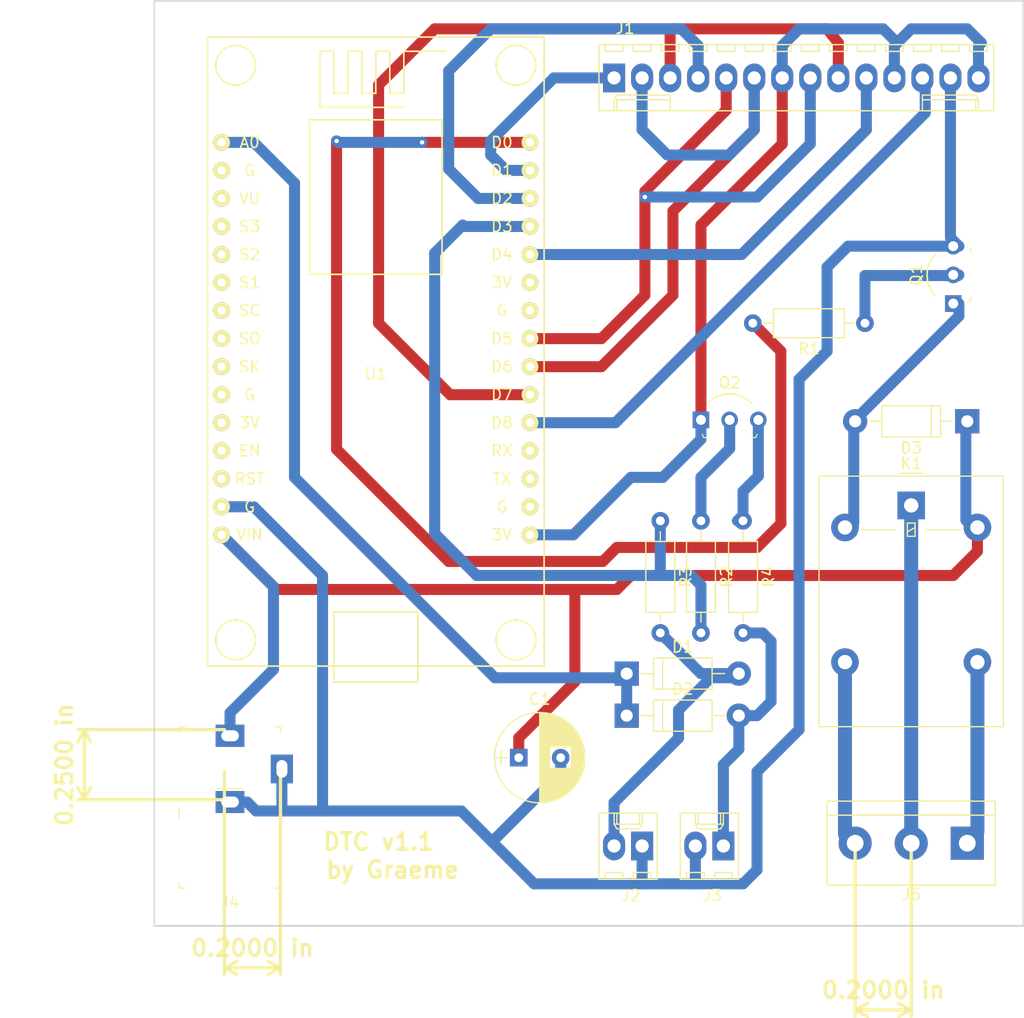
<source format=kicad_pcb>
(kicad_pcb (version 20171130) (host pcbnew "(5.0.2)-1")

  (general
    (thickness 1.6)
    (drawings 11)
    (tracks 193)
    (zones 0)
    (modules 17)
    (nets 38)
  )

  (page A4)
  (layers
    (0 F.Cu signal)
    (31 B.Cu signal)
    (32 B.Adhes user hide)
    (33 F.Adhes user hide)
    (34 B.Paste user hide)
    (35 F.Paste user hide)
    (36 B.SilkS user)
    (37 F.SilkS user)
    (38 B.Mask user)
    (39 F.Mask user)
    (40 Dwgs.User user)
    (41 Cmts.User user)
    (42 Eco1.User user)
    (43 Eco2.User user)
    (44 Edge.Cuts user)
    (45 Margin user)
    (46 B.CrtYd user)
    (47 F.CrtYd user)
    (48 B.Fab user)
    (49 F.Fab user)
  )

  (setup
    (last_trace_width 1)
    (trace_clearance 0.2)
    (zone_clearance 0.508)
    (zone_45_only no)
    (trace_min 0.2)
    (segment_width 0.2)
    (edge_width 0.15)
    (via_size 1)
    (via_drill 0.4)
    (via_min_size 0.4)
    (via_min_drill 0.3)
    (uvia_size 0.3)
    (uvia_drill 0.1)
    (uvias_allowed no)
    (uvia_min_size 0.2)
    (uvia_min_drill 0.1)
    (pcb_text_width 0.3)
    (pcb_text_size 1.5 1.5)
    (mod_edge_width 0.15)
    (mod_text_size 1 1)
    (mod_text_width 0.15)
    (pad_size 1.524 1.524)
    (pad_drill 0.762)
    (pad_to_mask_clearance 0.051)
    (solder_mask_min_width 0.25)
    (aux_axis_origin 0 0)
    (visible_elements 7FFFFFFF)
    (pcbplotparams
      (layerselection 0x010f0_ffffffff)
      (usegerberextensions false)
      (usegerberattributes false)
      (usegerberadvancedattributes false)
      (creategerberjobfile false)
      (excludeedgelayer false)
      (linewidth 0.100000)
      (plotframeref false)
      (viasonmask false)
      (mode 1)
      (useauxorigin false)
      (hpglpennumber 1)
      (hpglpenspeed 20)
      (hpglpendiameter 15.000000)
      (psnegative false)
      (psa4output false)
      (plotreference true)
      (plotvalue true)
      (plotinvisibletext false)
      (padsonsilk false)
      (subtractmaskfromsilk false)
      (outputformat 1)
      (mirror false)
      (drillshape 0)
      (scaleselection 1)
      (outputdirectory "Output/"))
  )

  (net 0 "")
  (net 1 "Net-(D1-Pad2)")
  (net 2 "Net-(D1-Pad1)")
  (net 3 "Net-(D2-Pad2)")
  (net 4 "Net-(D3-Pad2)")
  (net 5 "Net-(J1-Pad11)")
  (net 6 "Net-(J1-Pad12)")
  (net 7 "Net-(J1-Pad10)")
  (net 8 "Net-(J1-Pad3)")
  (net 9 "Net-(J1-Pad5)")
  (net 10 "Net-(J1-Pad2)")
  (net 11 "Net-(J1-Pad4)")
  (net 12 "Net-(J1-Pad1)")
  (net 13 "Net-(J5-Pad3)")
  (net 14 "Net-(J5-Pad2)")
  (net 15 "Net-(J5-Pad1)")
  (net 16 "Net-(Q1-Pad2)")
  (net 17 "Net-(Q2-Pad3)")
  (net 18 "Net-(Q2-Pad2)")
  (net 19 "Net-(R1-Pad2)")
  (net 20 "Net-(R2-Pad2)")
  (net 21 "Net-(U1-Pad2)")
  (net 22 "Net-(U1-Pad3)")
  (net 23 "Net-(U1-Pad4)")
  (net 24 "Net-(U1-Pad5)")
  (net 25 "Net-(U1-Pad6)")
  (net 26 "Net-(U1-Pad7)")
  (net 27 "Net-(U1-Pad8)")
  (net 28 "Net-(U1-Pad9)")
  (net 29 "Net-(U1-Pad10)")
  (net 30 "Net-(U1-Pad11)")
  (net 31 "Net-(U1-Pad12)")
  (net 32 "Net-(U1-Pad13)")
  (net 33 "Net-(U1-Pad18)")
  (net 34 "Net-(U1-Pad19)")
  (net 35 "Net-(U1-Pad25)")
  (net 36 "Net-(C1-Pad2)")
  (net 37 "Net-(C1-Pad1)")

  (net_class Default "This is the default net class."
    (clearance 0.2)
    (trace_width 1)
    (via_dia 1)
    (via_drill 0.4)
    (uvia_dia 0.3)
    (uvia_drill 0.1)
    (diff_pair_gap 0.25)
    (diff_pair_width 0.5)
    (add_net "Net-(C1-Pad1)")
    (add_net "Net-(C1-Pad2)")
    (add_net "Net-(D1-Pad1)")
    (add_net "Net-(D1-Pad2)")
    (add_net "Net-(D2-Pad2)")
    (add_net "Net-(D3-Pad2)")
    (add_net "Net-(J1-Pad1)")
    (add_net "Net-(J1-Pad10)")
    (add_net "Net-(J1-Pad11)")
    (add_net "Net-(J1-Pad12)")
    (add_net "Net-(J1-Pad2)")
    (add_net "Net-(J1-Pad3)")
    (add_net "Net-(J1-Pad4)")
    (add_net "Net-(J1-Pad5)")
    (add_net "Net-(J5-Pad1)")
    (add_net "Net-(J5-Pad2)")
    (add_net "Net-(J5-Pad3)")
    (add_net "Net-(Q1-Pad2)")
    (add_net "Net-(Q2-Pad2)")
    (add_net "Net-(Q2-Pad3)")
    (add_net "Net-(R1-Pad2)")
    (add_net "Net-(R2-Pad2)")
    (add_net "Net-(U1-Pad10)")
    (add_net "Net-(U1-Pad11)")
    (add_net "Net-(U1-Pad12)")
    (add_net "Net-(U1-Pad13)")
    (add_net "Net-(U1-Pad18)")
    (add_net "Net-(U1-Pad19)")
    (add_net "Net-(U1-Pad2)")
    (add_net "Net-(U1-Pad25)")
    (add_net "Net-(U1-Pad3)")
    (add_net "Net-(U1-Pad4)")
    (add_net "Net-(U1-Pad5)")
    (add_net "Net-(U1-Pad6)")
    (add_net "Net-(U1-Pad7)")
    (add_net "Net-(U1-Pad8)")
    (add_net "Net-(U1-Pad9)")
  )

  (module Resistors_ThroughHole:R_Axial_DIN0207_L6.3mm_D2.5mm_P10.16mm_Horizontal (layer F.Cu) (tedit 5874F706) (tstamp 5CD6BC57)
    (at 163.449 87.63 180)
    (descr "Resistor, Axial_DIN0207 series, Axial, Horizontal, pin pitch=10.16mm, 0.25W = 1/4W, length*diameter=6.3*2.5mm^2, http://cdn-reichelt.de/documents/datenblatt/B400/1_4W%23YAG.pdf")
    (tags "Resistor Axial_DIN0207 series Axial Horizontal pin pitch 10.16mm 0.25W = 1/4W length 6.3mm diameter 2.5mm")
    (path /5CD6692C)
    (fp_text reference R1 (at 5.08 -2.31 180) (layer F.SilkS)
      (effects (font (size 1 1) (thickness 0.15)))
    )
    (fp_text value 10k (at 5.08 2.31 180) (layer F.Fab)
      (effects (font (size 1 1) (thickness 0.15)))
    )
    (fp_line (start 1.93 -1.25) (end 1.93 1.25) (layer F.Fab) (width 0.1))
    (fp_line (start 1.93 1.25) (end 8.23 1.25) (layer F.Fab) (width 0.1))
    (fp_line (start 8.23 1.25) (end 8.23 -1.25) (layer F.Fab) (width 0.1))
    (fp_line (start 8.23 -1.25) (end 1.93 -1.25) (layer F.Fab) (width 0.1))
    (fp_line (start 0 0) (end 1.93 0) (layer F.Fab) (width 0.1))
    (fp_line (start 10.16 0) (end 8.23 0) (layer F.Fab) (width 0.1))
    (fp_line (start 1.87 -1.31) (end 1.87 1.31) (layer F.SilkS) (width 0.12))
    (fp_line (start 1.87 1.31) (end 8.29 1.31) (layer F.SilkS) (width 0.12))
    (fp_line (start 8.29 1.31) (end 8.29 -1.31) (layer F.SilkS) (width 0.12))
    (fp_line (start 8.29 -1.31) (end 1.87 -1.31) (layer F.SilkS) (width 0.12))
    (fp_line (start 0.98 0) (end 1.87 0) (layer F.SilkS) (width 0.12))
    (fp_line (start 9.18 0) (end 8.29 0) (layer F.SilkS) (width 0.12))
    (fp_line (start -1.05 -1.6) (end -1.05 1.6) (layer F.CrtYd) (width 0.05))
    (fp_line (start -1.05 1.6) (end 11.25 1.6) (layer F.CrtYd) (width 0.05))
    (fp_line (start 11.25 1.6) (end 11.25 -1.6) (layer F.CrtYd) (width 0.05))
    (fp_line (start 11.25 -1.6) (end -1.05 -1.6) (layer F.CrtYd) (width 0.05))
    (pad 1 thru_hole circle (at 0 0 180) (size 1.6 1.6) (drill 0.8) (layers *.Cu *.Mask)
      (net 16 "Net-(Q1-Pad2)"))
    (pad 2 thru_hole oval (at 10.16 0 180) (size 1.6 1.6) (drill 0.8) (layers *.Cu *.Mask)
      (net 19 "Net-(R1-Pad2)"))
    (model ${KISYS3DMOD}/Resistors_THT.3dshapes/R_Axial_DIN0207_L6.3mm_D2.5mm_P10.16mm_Horizontal.wrl
      (at (xyz 0 0 0))
      (scale (xyz 0.393701 0.393701 0.393701))
      (rotate (xyz 0 0 0))
    )
  )

  (module Resistors_ThroughHole:R_Axial_DIN0207_L6.3mm_D2.5mm_P10.16mm_Horizontal (layer F.Cu) (tedit 5874F706) (tstamp 5CD6BC6D)
    (at 148.59 105.537 270)
    (descr "Resistor, Axial_DIN0207 series, Axial, Horizontal, pin pitch=10.16mm, 0.25W = 1/4W, length*diameter=6.3*2.5mm^2, http://cdn-reichelt.de/documents/datenblatt/B400/1_4W%23YAG.pdf")
    (tags "Resistor Axial_DIN0207 series Axial Horizontal pin pitch 10.16mm 0.25W = 1/4W length 6.3mm diameter 2.5mm")
    (path /5CD6699E)
    (fp_text reference R2 (at 5.08 -2.31 270) (layer F.SilkS)
      (effects (font (size 1 1) (thickness 0.15)))
    )
    (fp_text value 10k (at 5.08 2.31 270) (layer F.Fab)
      (effects (font (size 1 1) (thickness 0.15)))
    )
    (fp_line (start 1.93 -1.25) (end 1.93 1.25) (layer F.Fab) (width 0.1))
    (fp_line (start 1.93 1.25) (end 8.23 1.25) (layer F.Fab) (width 0.1))
    (fp_line (start 8.23 1.25) (end 8.23 -1.25) (layer F.Fab) (width 0.1))
    (fp_line (start 8.23 -1.25) (end 1.93 -1.25) (layer F.Fab) (width 0.1))
    (fp_line (start 0 0) (end 1.93 0) (layer F.Fab) (width 0.1))
    (fp_line (start 10.16 0) (end 8.23 0) (layer F.Fab) (width 0.1))
    (fp_line (start 1.87 -1.31) (end 1.87 1.31) (layer F.SilkS) (width 0.12))
    (fp_line (start 1.87 1.31) (end 8.29 1.31) (layer F.SilkS) (width 0.12))
    (fp_line (start 8.29 1.31) (end 8.29 -1.31) (layer F.SilkS) (width 0.12))
    (fp_line (start 8.29 -1.31) (end 1.87 -1.31) (layer F.SilkS) (width 0.12))
    (fp_line (start 0.98 0) (end 1.87 0) (layer F.SilkS) (width 0.12))
    (fp_line (start 9.18 0) (end 8.29 0) (layer F.SilkS) (width 0.12))
    (fp_line (start -1.05 -1.6) (end -1.05 1.6) (layer F.CrtYd) (width 0.05))
    (fp_line (start -1.05 1.6) (end 11.25 1.6) (layer F.CrtYd) (width 0.05))
    (fp_line (start 11.25 1.6) (end 11.25 -1.6) (layer F.CrtYd) (width 0.05))
    (fp_line (start 11.25 -1.6) (end -1.05 -1.6) (layer F.CrtYd) (width 0.05))
    (pad 1 thru_hole circle (at 0 0 270) (size 1.6 1.6) (drill 0.8) (layers *.Cu *.Mask)
      (net 18 "Net-(Q2-Pad2)"))
    (pad 2 thru_hole oval (at 10.16 0 270) (size 1.6 1.6) (drill 0.8) (layers *.Cu *.Mask)
      (net 20 "Net-(R2-Pad2)"))
    (model ${KISYS3DMOD}/Resistors_THT.3dshapes/R_Axial_DIN0207_L6.3mm_D2.5mm_P10.16mm_Horizontal.wrl
      (at (xyz 0 0 0))
      (scale (xyz 0.393701 0.393701 0.393701))
      (rotate (xyz 0 0 0))
    )
  )

  (module Resistors_ThroughHole:R_Axial_DIN0207_L6.3mm_D2.5mm_P10.16mm_Horizontal (layer F.Cu) (tedit 5874F706) (tstamp 5CD6BC83)
    (at 144.907 105.537 270)
    (descr "Resistor, Axial_DIN0207 series, Axial, Horizontal, pin pitch=10.16mm, 0.25W = 1/4W, length*diameter=6.3*2.5mm^2, http://cdn-reichelt.de/documents/datenblatt/B400/1_4W%23YAG.pdf")
    (tags "Resistor Axial_DIN0207 series Axial Horizontal pin pitch 10.16mm 0.25W = 1/4W length 6.3mm diameter 2.5mm")
    (path /5CD669F5)
    (fp_text reference R3 (at 5.08 -2.31 270) (layer F.SilkS)
      (effects (font (size 1 1) (thickness 0.15)))
    )
    (fp_text value 10k (at 5.08 2.31 270) (layer F.Fab)
      (effects (font (size 1 1) (thickness 0.15)))
    )
    (fp_line (start 1.93 -1.25) (end 1.93 1.25) (layer F.Fab) (width 0.1))
    (fp_line (start 1.93 1.25) (end 8.23 1.25) (layer F.Fab) (width 0.1))
    (fp_line (start 8.23 1.25) (end 8.23 -1.25) (layer F.Fab) (width 0.1))
    (fp_line (start 8.23 -1.25) (end 1.93 -1.25) (layer F.Fab) (width 0.1))
    (fp_line (start 0 0) (end 1.93 0) (layer F.Fab) (width 0.1))
    (fp_line (start 10.16 0) (end 8.23 0) (layer F.Fab) (width 0.1))
    (fp_line (start 1.87 -1.31) (end 1.87 1.31) (layer F.SilkS) (width 0.12))
    (fp_line (start 1.87 1.31) (end 8.29 1.31) (layer F.SilkS) (width 0.12))
    (fp_line (start 8.29 1.31) (end 8.29 -1.31) (layer F.SilkS) (width 0.12))
    (fp_line (start 8.29 -1.31) (end 1.87 -1.31) (layer F.SilkS) (width 0.12))
    (fp_line (start 0.98 0) (end 1.87 0) (layer F.SilkS) (width 0.12))
    (fp_line (start 9.18 0) (end 8.29 0) (layer F.SilkS) (width 0.12))
    (fp_line (start -1.05 -1.6) (end -1.05 1.6) (layer F.CrtYd) (width 0.05))
    (fp_line (start -1.05 1.6) (end 11.25 1.6) (layer F.CrtYd) (width 0.05))
    (fp_line (start 11.25 1.6) (end 11.25 -1.6) (layer F.CrtYd) (width 0.05))
    (fp_line (start 11.25 -1.6) (end -1.05 -1.6) (layer F.CrtYd) (width 0.05))
    (pad 1 thru_hole circle (at 0 0 270) (size 1.6 1.6) (drill 0.8) (layers *.Cu *.Mask)
      (net 20 "Net-(R2-Pad2)"))
    (pad 2 thru_hole oval (at 10.16 0 270) (size 1.6 1.6) (drill 0.8) (layers *.Cu *.Mask)
      (net 1 "Net-(D1-Pad2)"))
    (model ${KISYS3DMOD}/Resistors_THT.3dshapes/R_Axial_DIN0207_L6.3mm_D2.5mm_P10.16mm_Horizontal.wrl
      (at (xyz 0 0 0))
      (scale (xyz 0.393701 0.393701 0.393701))
      (rotate (xyz 0 0 0))
    )
  )

  (module Resistors_ThroughHole:R_Axial_DIN0207_L6.3mm_D2.5mm_P10.16mm_Horizontal (layer F.Cu) (tedit 5874F706) (tstamp 5CD6BC99)
    (at 152.4 105.537 270)
    (descr "Resistor, Axial_DIN0207 series, Axial, Horizontal, pin pitch=10.16mm, 0.25W = 1/4W, length*diameter=6.3*2.5mm^2, http://cdn-reichelt.de/documents/datenblatt/B400/1_4W%23YAG.pdf")
    (tags "Resistor Axial_DIN0207 series Axial Horizontal pin pitch 10.16mm 0.25W = 1/4W length 6.3mm diameter 2.5mm")
    (path /5CD66A46)
    (fp_text reference R4 (at 5.08 -2.31 270) (layer F.SilkS)
      (effects (font (size 1 1) (thickness 0.15)))
    )
    (fp_text value 10k (at 5.08 2.31 270) (layer F.Fab)
      (effects (font (size 1 1) (thickness 0.15)))
    )
    (fp_line (start 1.93 -1.25) (end 1.93 1.25) (layer F.Fab) (width 0.1))
    (fp_line (start 1.93 1.25) (end 8.23 1.25) (layer F.Fab) (width 0.1))
    (fp_line (start 8.23 1.25) (end 8.23 -1.25) (layer F.Fab) (width 0.1))
    (fp_line (start 8.23 -1.25) (end 1.93 -1.25) (layer F.Fab) (width 0.1))
    (fp_line (start 0 0) (end 1.93 0) (layer F.Fab) (width 0.1))
    (fp_line (start 10.16 0) (end 8.23 0) (layer F.Fab) (width 0.1))
    (fp_line (start 1.87 -1.31) (end 1.87 1.31) (layer F.SilkS) (width 0.12))
    (fp_line (start 1.87 1.31) (end 8.29 1.31) (layer F.SilkS) (width 0.12))
    (fp_line (start 8.29 1.31) (end 8.29 -1.31) (layer F.SilkS) (width 0.12))
    (fp_line (start 8.29 -1.31) (end 1.87 -1.31) (layer F.SilkS) (width 0.12))
    (fp_line (start 0.98 0) (end 1.87 0) (layer F.SilkS) (width 0.12))
    (fp_line (start 9.18 0) (end 8.29 0) (layer F.SilkS) (width 0.12))
    (fp_line (start -1.05 -1.6) (end -1.05 1.6) (layer F.CrtYd) (width 0.05))
    (fp_line (start -1.05 1.6) (end 11.25 1.6) (layer F.CrtYd) (width 0.05))
    (fp_line (start 11.25 1.6) (end 11.25 -1.6) (layer F.CrtYd) (width 0.05))
    (fp_line (start 11.25 -1.6) (end -1.05 -1.6) (layer F.CrtYd) (width 0.05))
    (pad 1 thru_hole circle (at 0 0 270) (size 1.6 1.6) (drill 0.8) (layers *.Cu *.Mask)
      (net 17 "Net-(Q2-Pad3)"))
    (pad 2 thru_hole oval (at 10.16 0 270) (size 1.6 1.6) (drill 0.8) (layers *.Cu *.Mask)
      (net 3 "Net-(D2-Pad2)"))
    (model ${KISYS3DMOD}/Resistors_THT.3dshapes/R_Axial_DIN0207_L6.3mm_D2.5mm_P10.16mm_Horizontal.wrl
      (at (xyz 0 0 0))
      (scale (xyz 0.393701 0.393701 0.393701))
      (rotate (xyz 0 0 0))
    )
  )

  (module Diodes_ThroughHole:D_DO-41_SOD81_P10.16mm_Horizontal (layer F.Cu) (tedit 5921392F) (tstamp 5CD6BAF8)
    (at 141.859 119.38)
    (descr "D, DO-41_SOD81 series, Axial, Horizontal, pin pitch=10.16mm, , length*diameter=5.2*2.7mm^2, , http://www.diodes.com/_files/packages/DO-41%20(Plastic).pdf")
    (tags "D DO-41_SOD81 series Axial Horizontal pin pitch 10.16mm  length 5.2mm diameter 2.7mm")
    (path /5CD665E8)
    (fp_text reference D1 (at 5.08 -2.41) (layer F.SilkS)
      (effects (font (size 1 1) (thickness 0.15)))
    )
    (fp_text value 1N4004 (at 5.08 2.41) (layer F.Fab)
      (effects (font (size 1 1) (thickness 0.15)))
    )
    (fp_line (start 11.55 -1.7) (end -1.35 -1.7) (layer F.CrtYd) (width 0.05))
    (fp_line (start 11.55 1.7) (end 11.55 -1.7) (layer F.CrtYd) (width 0.05))
    (fp_line (start -1.35 1.7) (end 11.55 1.7) (layer F.CrtYd) (width 0.05))
    (fp_line (start -1.35 -1.7) (end -1.35 1.7) (layer F.CrtYd) (width 0.05))
    (fp_line (start 3.26 -1.41) (end 3.26 1.41) (layer F.SilkS) (width 0.12))
    (fp_line (start 8.88 0) (end 7.74 0) (layer F.SilkS) (width 0.12))
    (fp_line (start 1.28 0) (end 2.42 0) (layer F.SilkS) (width 0.12))
    (fp_line (start 7.74 -1.41) (end 2.42 -1.41) (layer F.SilkS) (width 0.12))
    (fp_line (start 7.74 1.41) (end 7.74 -1.41) (layer F.SilkS) (width 0.12))
    (fp_line (start 2.42 1.41) (end 7.74 1.41) (layer F.SilkS) (width 0.12))
    (fp_line (start 2.42 -1.41) (end 2.42 1.41) (layer F.SilkS) (width 0.12))
    (fp_line (start 3.26 -1.35) (end 3.26 1.35) (layer F.Fab) (width 0.1))
    (fp_line (start 10.16 0) (end 7.68 0) (layer F.Fab) (width 0.1))
    (fp_line (start 0 0) (end 2.48 0) (layer F.Fab) (width 0.1))
    (fp_line (start 7.68 -1.35) (end 2.48 -1.35) (layer F.Fab) (width 0.1))
    (fp_line (start 7.68 1.35) (end 7.68 -1.35) (layer F.Fab) (width 0.1))
    (fp_line (start 2.48 1.35) (end 7.68 1.35) (layer F.Fab) (width 0.1))
    (fp_line (start 2.48 -1.35) (end 2.48 1.35) (layer F.Fab) (width 0.1))
    (fp_text user %R (at 5.08 0) (layer F.Fab)
      (effects (font (size 1 1) (thickness 0.15)))
    )
    (pad 2 thru_hole oval (at 10.16 0) (size 2.2 2.2) (drill 1.1) (layers *.Cu *.Mask)
      (net 1 "Net-(D1-Pad2)"))
    (pad 1 thru_hole rect (at 0 0) (size 2.2 2.2) (drill 1.1) (layers *.Cu *.Mask)
      (net 2 "Net-(D1-Pad1)"))
    (model ${KISYS3DMOD}/Diodes_THT.3dshapes/D_DO-41_SOD81_P10.16mm_Horizontal.wrl
      (at (xyz 0 0 0))
      (scale (xyz 0.393701 0.393701 0.393701))
      (rotate (xyz 0 0 0))
    )
    (model ${KISYS3DMOD}/Diode_THT.3dshapes/D_DO-41_SOD81_P10.16mm_Horizontal.step
      (at (xyz 0 0 0))
      (scale (xyz 1 1 1))
      (rotate (xyz 0 0 0))
    )
  )

  (module Diodes_ThroughHole:D_DO-41_SOD81_P10.16mm_Horizontal (layer F.Cu) (tedit 5921392F) (tstamp 5CD6BB11)
    (at 141.859 123.19)
    (descr "D, DO-41_SOD81 series, Axial, Horizontal, pin pitch=10.16mm, , length*diameter=5.2*2.7mm^2, , http://www.diodes.com/_files/packages/DO-41%20(Plastic).pdf")
    (tags "D DO-41_SOD81 series Axial Horizontal pin pitch 10.16mm  length 5.2mm diameter 2.7mm")
    (path /5CD6655F)
    (fp_text reference D2 (at 5.08 -2.41) (layer F.SilkS)
      (effects (font (size 1 1) (thickness 0.15)))
    )
    (fp_text value 1N4004 (at 5.08 2.41) (layer F.Fab)
      (effects (font (size 1 1) (thickness 0.15)))
    )
    (fp_text user %R (at 5.08 0) (layer F.Fab)
      (effects (font (size 1 1) (thickness 0.15)))
    )
    (fp_line (start 2.48 -1.35) (end 2.48 1.35) (layer F.Fab) (width 0.1))
    (fp_line (start 2.48 1.35) (end 7.68 1.35) (layer F.Fab) (width 0.1))
    (fp_line (start 7.68 1.35) (end 7.68 -1.35) (layer F.Fab) (width 0.1))
    (fp_line (start 7.68 -1.35) (end 2.48 -1.35) (layer F.Fab) (width 0.1))
    (fp_line (start 0 0) (end 2.48 0) (layer F.Fab) (width 0.1))
    (fp_line (start 10.16 0) (end 7.68 0) (layer F.Fab) (width 0.1))
    (fp_line (start 3.26 -1.35) (end 3.26 1.35) (layer F.Fab) (width 0.1))
    (fp_line (start 2.42 -1.41) (end 2.42 1.41) (layer F.SilkS) (width 0.12))
    (fp_line (start 2.42 1.41) (end 7.74 1.41) (layer F.SilkS) (width 0.12))
    (fp_line (start 7.74 1.41) (end 7.74 -1.41) (layer F.SilkS) (width 0.12))
    (fp_line (start 7.74 -1.41) (end 2.42 -1.41) (layer F.SilkS) (width 0.12))
    (fp_line (start 1.28 0) (end 2.42 0) (layer F.SilkS) (width 0.12))
    (fp_line (start 8.88 0) (end 7.74 0) (layer F.SilkS) (width 0.12))
    (fp_line (start 3.26 -1.41) (end 3.26 1.41) (layer F.SilkS) (width 0.12))
    (fp_line (start -1.35 -1.7) (end -1.35 1.7) (layer F.CrtYd) (width 0.05))
    (fp_line (start -1.35 1.7) (end 11.55 1.7) (layer F.CrtYd) (width 0.05))
    (fp_line (start 11.55 1.7) (end 11.55 -1.7) (layer F.CrtYd) (width 0.05))
    (fp_line (start 11.55 -1.7) (end -1.35 -1.7) (layer F.CrtYd) (width 0.05))
    (pad 1 thru_hole rect (at 0 0) (size 2.2 2.2) (drill 1.1) (layers *.Cu *.Mask)
      (net 2 "Net-(D1-Pad1)"))
    (pad 2 thru_hole oval (at 10.16 0) (size 2.2 2.2) (drill 1.1) (layers *.Cu *.Mask)
      (net 3 "Net-(D2-Pad2)"))
    (model ${KISYS3DMOD}/Diodes_THT.3dshapes/D_DO-41_SOD81_P10.16mm_Horizontal.wrl
      (at (xyz 0 0 0))
      (scale (xyz 0.393701 0.393701 0.393701))
      (rotate (xyz 0 0 0))
    )
    (model ${KISYS3DMOD}/Diode_THT.3dshapes/D_DO-41_SOD81_P10.16mm_Horizontal.step
      (at (xyz 0 0 0))
      (scale (xyz 1 1 1))
      (rotate (xyz 0 0 0))
    )
  )

  (module Diodes_ThroughHole:D_DO-41_SOD81_P10.16mm_Horizontal (layer F.Cu) (tedit 5921392F) (tstamp 5CD6BB2A)
    (at 172.72 96.52 180)
    (descr "D, DO-41_SOD81 series, Axial, Horizontal, pin pitch=10.16mm, , length*diameter=5.2*2.7mm^2, , http://www.diodes.com/_files/packages/DO-41%20(Plastic).pdf")
    (tags "D DO-41_SOD81 series Axial Horizontal pin pitch 10.16mm  length 5.2mm diameter 2.7mm")
    (path /5CD664FA)
    (fp_text reference D3 (at 5.08 -2.41 180) (layer F.SilkS)
      (effects (font (size 1 1) (thickness 0.15)))
    )
    (fp_text value 1N4004 (at 5.08 2.41 180) (layer F.Fab)
      (effects (font (size 1 1) (thickness 0.15)))
    )
    (fp_line (start 11.55 -1.7) (end -1.35 -1.7) (layer F.CrtYd) (width 0.05))
    (fp_line (start 11.55 1.7) (end 11.55 -1.7) (layer F.CrtYd) (width 0.05))
    (fp_line (start -1.35 1.7) (end 11.55 1.7) (layer F.CrtYd) (width 0.05))
    (fp_line (start -1.35 -1.7) (end -1.35 1.7) (layer F.CrtYd) (width 0.05))
    (fp_line (start 3.26 -1.41) (end 3.26 1.41) (layer F.SilkS) (width 0.12))
    (fp_line (start 8.88 0) (end 7.74 0) (layer F.SilkS) (width 0.12))
    (fp_line (start 1.28 0) (end 2.42 0) (layer F.SilkS) (width 0.12))
    (fp_line (start 7.74 -1.41) (end 2.42 -1.41) (layer F.SilkS) (width 0.12))
    (fp_line (start 7.74 1.41) (end 7.74 -1.41) (layer F.SilkS) (width 0.12))
    (fp_line (start 2.42 1.41) (end 7.74 1.41) (layer F.SilkS) (width 0.12))
    (fp_line (start 2.42 -1.41) (end 2.42 1.41) (layer F.SilkS) (width 0.12))
    (fp_line (start 3.26 -1.35) (end 3.26 1.35) (layer F.Fab) (width 0.1))
    (fp_line (start 10.16 0) (end 7.68 0) (layer F.Fab) (width 0.1))
    (fp_line (start 0 0) (end 2.48 0) (layer F.Fab) (width 0.1))
    (fp_line (start 7.68 -1.35) (end 2.48 -1.35) (layer F.Fab) (width 0.1))
    (fp_line (start 7.68 1.35) (end 7.68 -1.35) (layer F.Fab) (width 0.1))
    (fp_line (start 2.48 1.35) (end 7.68 1.35) (layer F.Fab) (width 0.1))
    (fp_line (start 2.48 -1.35) (end 2.48 1.35) (layer F.Fab) (width 0.1))
    (fp_text user %R (at 5.08 0) (layer F.Fab)
      (effects (font (size 1 1) (thickness 0.15)))
    )
    (pad 2 thru_hole oval (at 10.16 0 180) (size 2.2 2.2) (drill 1.1) (layers *.Cu *.Mask)
      (net 4 "Net-(D3-Pad2)"))
    (pad 1 thru_hole rect (at 0 0 180) (size 2.2 2.2) (drill 1.1) (layers *.Cu *.Mask)
      (net 37 "Net-(C1-Pad1)"))
    (model ${KISYS3DMOD}/Diodes_THT.3dshapes/D_DO-41_SOD81_P10.16mm_Horizontal.wrl
      (at (xyz 0 0 0))
      (scale (xyz 0.393701 0.393701 0.393701))
      (rotate (xyz 0 0 0))
    )
    (model ${KISYS3DMOD}/Diode_THT.3dshapes/D_DO-41_SOD81_P10.16mm_Horizontal.step
      (at (xyz 0 0 0))
      (scale (xyz 1 1 1))
      (rotate (xyz 0 0 0))
    )
  )

  (module Connectors_Molex:Molex_KK-6410-14_14x2.54mm_Straight (layer F.Cu) (tedit 58EE6EFB) (tstamp 5CD6BB81)
    (at 140.716 65.405)
    (descr "Connector Headers with Friction Lock, 22-27-2141, http://www.molex.com/pdm_docs/sd/022272021_sd.pdf")
    (tags "connector molex kk_6410 22-27-2141")
    (path /5CD65AFA)
    (fp_text reference J1 (at 1 -4.5) (layer F.SilkS)
      (effects (font (size 1 1) (thickness 0.15)))
    )
    (fp_text value Conn_01x14 (at 16.51 4.5) (layer F.Fab)
      (effects (font (size 1 1) (thickness 0.15)))
    )
    (fp_text user %R (at 16.51 0) (layer F.Fab)
      (effects (font (size 1 1) (thickness 0.15)))
    )
    (fp_line (start 34.9 3.5) (end -1.9 3.5) (layer F.CrtYd) (width 0.05))
    (fp_line (start 34.9 -3.55) (end 34.9 3.5) (layer F.CrtYd) (width 0.05))
    (fp_line (start -1.9 -3.55) (end 34.9 -3.55) (layer F.CrtYd) (width 0.05))
    (fp_line (start -1.9 3.5) (end -1.9 -3.55) (layer F.CrtYd) (width 0.05))
    (fp_line (start 33.82 -2.4) (end 33.82 -3.02) (layer F.SilkS) (width 0.12))
    (fp_line (start 32.22 -2.4) (end 33.82 -2.4) (layer F.SilkS) (width 0.12))
    (fp_line (start 32.22 -3.02) (end 32.22 -2.4) (layer F.SilkS) (width 0.12))
    (fp_line (start 31.28 -2.4) (end 31.28 -3.02) (layer F.SilkS) (width 0.12))
    (fp_line (start 29.68 -2.4) (end 31.28 -2.4) (layer F.SilkS) (width 0.12))
    (fp_line (start 29.68 -3.02) (end 29.68 -2.4) (layer F.SilkS) (width 0.12))
    (fp_line (start 28.74 -2.4) (end 28.74 -3.02) (layer F.SilkS) (width 0.12))
    (fp_line (start 27.14 -2.4) (end 28.74 -2.4) (layer F.SilkS) (width 0.12))
    (fp_line (start 27.14 -3.02) (end 27.14 -2.4) (layer F.SilkS) (width 0.12))
    (fp_line (start 26.2 -2.4) (end 26.2 -3.02) (layer F.SilkS) (width 0.12))
    (fp_line (start 24.6 -2.4) (end 26.2 -2.4) (layer F.SilkS) (width 0.12))
    (fp_line (start 24.6 -3.02) (end 24.6 -2.4) (layer F.SilkS) (width 0.12))
    (fp_line (start 23.66 -2.4) (end 23.66 -3.02) (layer F.SilkS) (width 0.12))
    (fp_line (start 22.06 -2.4) (end 23.66 -2.4) (layer F.SilkS) (width 0.12))
    (fp_line (start 22.06 -3.02) (end 22.06 -2.4) (layer F.SilkS) (width 0.12))
    (fp_line (start 21.12 -2.4) (end 21.12 -3.02) (layer F.SilkS) (width 0.12))
    (fp_line (start 19.52 -2.4) (end 21.12 -2.4) (layer F.SilkS) (width 0.12))
    (fp_line (start 19.52 -3.02) (end 19.52 -2.4) (layer F.SilkS) (width 0.12))
    (fp_line (start 18.58 -2.4) (end 18.58 -3.02) (layer F.SilkS) (width 0.12))
    (fp_line (start 16.98 -2.4) (end 18.58 -2.4) (layer F.SilkS) (width 0.12))
    (fp_line (start 16.98 -3.02) (end 16.98 -2.4) (layer F.SilkS) (width 0.12))
    (fp_line (start 16.04 -2.4) (end 16.04 -3.02) (layer F.SilkS) (width 0.12))
    (fp_line (start 14.44 -2.4) (end 16.04 -2.4) (layer F.SilkS) (width 0.12))
    (fp_line (start 14.44 -3.02) (end 14.44 -2.4) (layer F.SilkS) (width 0.12))
    (fp_line (start 13.5 -2.4) (end 13.5 -3.02) (layer F.SilkS) (width 0.12))
    (fp_line (start 11.9 -2.4) (end 13.5 -2.4) (layer F.SilkS) (width 0.12))
    (fp_line (start 11.9 -3.02) (end 11.9 -2.4) (layer F.SilkS) (width 0.12))
    (fp_line (start 10.96 -2.4) (end 10.96 -3.02) (layer F.SilkS) (width 0.12))
    (fp_line (start 9.36 -2.4) (end 10.96 -2.4) (layer F.SilkS) (width 0.12))
    (fp_line (start 9.36 -3.02) (end 9.36 -2.4) (layer F.SilkS) (width 0.12))
    (fp_line (start 8.42 -2.4) (end 8.42 -3.02) (layer F.SilkS) (width 0.12))
    (fp_line (start 6.82 -2.4) (end 8.42 -2.4) (layer F.SilkS) (width 0.12))
    (fp_line (start 6.82 -3.02) (end 6.82 -2.4) (layer F.SilkS) (width 0.12))
    (fp_line (start 5.88 -2.4) (end 5.88 -3.02) (layer F.SilkS) (width 0.12))
    (fp_line (start 4.28 -2.4) (end 5.88 -2.4) (layer F.SilkS) (width 0.12))
    (fp_line (start 4.28 -3.02) (end 4.28 -2.4) (layer F.SilkS) (width 0.12))
    (fp_line (start 3.34 -2.4) (end 3.34 -3.02) (layer F.SilkS) (width 0.12))
    (fp_line (start 1.74 -2.4) (end 3.34 -2.4) (layer F.SilkS) (width 0.12))
    (fp_line (start 1.74 -3.02) (end 1.74 -2.4) (layer F.SilkS) (width 0.12))
    (fp_line (start 0.8 -2.4) (end 0.8 -3.02) (layer F.SilkS) (width 0.12))
    (fp_line (start -0.8 -2.4) (end 0.8 -2.4) (layer F.SilkS) (width 0.12))
    (fp_line (start -0.8 -3.02) (end -0.8 -2.4) (layer F.SilkS) (width 0.12))
    (fp_line (start 32.77 2.98) (end 32.77 1.98) (layer F.SilkS) (width 0.12))
    (fp_line (start 27.94 1.55) (end 27.94 1.98) (layer F.SilkS) (width 0.12))
    (fp_line (start 32.77 1.55) (end 27.94 1.55) (layer F.SilkS) (width 0.12))
    (fp_line (start 33.02 1.98) (end 32.77 1.55) (layer F.SilkS) (width 0.12))
    (fp_line (start 27.94 1.98) (end 27.94 2.98) (layer F.SilkS) (width 0.12))
    (fp_line (start 33.02 1.98) (end 27.94 1.98) (layer F.SilkS) (width 0.12))
    (fp_line (start 33.02 2.98) (end 33.02 1.98) (layer F.SilkS) (width 0.12))
    (fp_line (start 0.25 2.98) (end 0.25 1.98) (layer F.SilkS) (width 0.12))
    (fp_line (start 5.08 1.55) (end 5.08 1.98) (layer F.SilkS) (width 0.12))
    (fp_line (start 0.25 1.55) (end 5.08 1.55) (layer F.SilkS) (width 0.12))
    (fp_line (start 0 1.98) (end 0.25 1.55) (layer F.SilkS) (width 0.12))
    (fp_line (start 5.08 1.98) (end 5.08 2.98) (layer F.SilkS) (width 0.12))
    (fp_line (start 0 1.98) (end 5.08 1.98) (layer F.SilkS) (width 0.12))
    (fp_line (start 0 2.98) (end 0 1.98) (layer F.SilkS) (width 0.12))
    (fp_line (start 34.39 -3.02) (end -1.37 -3.02) (layer F.SilkS) (width 0.12))
    (fp_line (start 34.39 2.98) (end 34.39 -3.02) (layer F.SilkS) (width 0.12))
    (fp_line (start -1.37 2.98) (end 34.39 2.98) (layer F.SilkS) (width 0.12))
    (fp_line (start -1.37 -3.02) (end -1.37 2.98) (layer F.SilkS) (width 0.12))
    (fp_line (start 34.49 -3.12) (end -1.47 -3.12) (layer F.Fab) (width 0.12))
    (fp_line (start 34.49 3.08) (end 34.49 -3.12) (layer F.Fab) (width 0.12))
    (fp_line (start -1.47 3.08) (end 34.49 3.08) (layer F.Fab) (width 0.12))
    (fp_line (start -1.47 -3.12) (end -1.47 3.08) (layer F.Fab) (width 0.12))
    (pad 14 thru_hole oval (at 33.02 0) (size 2 2.6) (drill 1.2) (layers *.Cu *.Mask)
      (net 5 "Net-(J1-Pad11)"))
    (pad 13 thru_hole oval (at 30.48 0) (size 2 2.6) (drill 1.2) (layers *.Cu *.Mask)
      (net 36 "Net-(C1-Pad2)"))
    (pad 12 thru_hole oval (at 27.94 0) (size 2 2.6) (drill 1.2) (layers *.Cu *.Mask)
      (net 6 "Net-(J1-Pad12)"))
    (pad 11 thru_hole oval (at 25.4 0) (size 2 2.6) (drill 1.2) (layers *.Cu *.Mask)
      (net 5 "Net-(J1-Pad11)"))
    (pad 10 thru_hole oval (at 22.86 0) (size 2 2.6) (drill 1.2) (layers *.Cu *.Mask)
      (net 7 "Net-(J1-Pad10)"))
    (pad 9 thru_hole oval (at 20.32 0) (size 2 2.6) (drill 1.2) (layers *.Cu *.Mask)
      (net 8 "Net-(J1-Pad3)"))
    (pad 8 thru_hole oval (at 17.78 0) (size 2 2.6) (drill 1.2) (layers *.Cu *.Mask)
      (net 9 "Net-(J1-Pad5)"))
    (pad 7 thru_hole oval (at 15.24 0) (size 2 2.6) (drill 1.2) (layers *.Cu *.Mask)
      (net 5 "Net-(J1-Pad11)"))
    (pad 6 thru_hole oval (at 12.7 0) (size 2 2.6) (drill 1.2) (layers *.Cu *.Mask)
      (net 10 "Net-(J1-Pad2)"))
    (pad 5 thru_hole oval (at 10.16 0) (size 2 2.6) (drill 1.2) (layers *.Cu *.Mask)
      (net 9 "Net-(J1-Pad5)"))
    (pad 4 thru_hole oval (at 7.62 0) (size 2 2.6) (drill 1.2) (layers *.Cu *.Mask)
      (net 11 "Net-(J1-Pad4)"))
    (pad 3 thru_hole oval (at 5.08 0) (size 2 2.6) (drill 1.2) (layers *.Cu *.Mask)
      (net 8 "Net-(J1-Pad3)"))
    (pad 2 thru_hole oval (at 2.54 0) (size 2 2.6) (drill 1.2) (layers *.Cu *.Mask)
      (net 10 "Net-(J1-Pad2)"))
    (pad 1 thru_hole rect (at 0 0) (size 2 2.6) (drill 1.2) (layers *.Cu *.Mask)
      (net 12 "Net-(J1-Pad1)"))
    (model ${KISYS3DMOD}/Connectors_Molex.3dshapes/Molex_KK-6410-14_14x2.54mm_Straight.wrl
      (at (xyz 0 0 0))
      (scale (xyz 1 1 1))
      (rotate (xyz 0 0 0))
    )
    (model ${KISYS3DMOD}/Connector_PinHeader_2.54mm.3dshapes/PinHeader_1x14_P2.54mm_Vertical.wrl
      (at (xyz 0 0 0))
      (scale (xyz 1 1 1))
      (rotate (xyz 0 0 -90))
    )
  )

  (module Connectors_Molex:Molex_KK-6410-02_02x2.54mm_Straight (layer F.Cu) (tedit 58EE6EE4) (tstamp 5CD6BBA2)
    (at 143.256 135.001 180)
    (descr "Connector Headers with Friction Lock, 22-27-2021, http://www.molex.com/pdm_docs/sd/022272021_sd.pdf")
    (tags "connector molex kk_6410 22-27-2021")
    (path /5CD66AD6)
    (fp_text reference J2 (at 1 -4.5 180) (layer F.SilkS)
      (effects (font (size 1 1) (thickness 0.15)))
    )
    (fp_text value Conn_01x02 (at 1.27 4.5 180) (layer F.Fab)
      (effects (font (size 1 1) (thickness 0.15)))
    )
    (fp_text user %R (at 1.27 0 180) (layer F.Fab)
      (effects (font (size 1 1) (thickness 0.15)))
    )
    (fp_line (start 4.45 3.5) (end -1.9 3.5) (layer F.CrtYd) (width 0.05))
    (fp_line (start 4.45 -3.55) (end 4.45 3.5) (layer F.CrtYd) (width 0.05))
    (fp_line (start -1.9 -3.55) (end 4.45 -3.55) (layer F.CrtYd) (width 0.05))
    (fp_line (start -1.9 3.5) (end -1.9 -3.55) (layer F.CrtYd) (width 0.05))
    (fp_line (start 3.34 -2.4) (end 3.34 -3.02) (layer F.SilkS) (width 0.12))
    (fp_line (start 1.74 -2.4) (end 3.34 -2.4) (layer F.SilkS) (width 0.12))
    (fp_line (start 1.74 -3.02) (end 1.74 -2.4) (layer F.SilkS) (width 0.12))
    (fp_line (start 0.8 -2.4) (end 0.8 -3.02) (layer F.SilkS) (width 0.12))
    (fp_line (start -0.8 -2.4) (end 0.8 -2.4) (layer F.SilkS) (width 0.12))
    (fp_line (start -0.8 -3.02) (end -0.8 -2.4) (layer F.SilkS) (width 0.12))
    (fp_line (start 2.29 2.98) (end 2.29 1.98) (layer F.SilkS) (width 0.12))
    (fp_line (start 0.25 2.98) (end 0.25 1.98) (layer F.SilkS) (width 0.12))
    (fp_line (start 2.29 1.55) (end 2.54 1.98) (layer F.SilkS) (width 0.12))
    (fp_line (start 0.25 1.55) (end 2.29 1.55) (layer F.SilkS) (width 0.12))
    (fp_line (start 0 1.98) (end 0.25 1.55) (layer F.SilkS) (width 0.12))
    (fp_line (start 2.54 1.98) (end 2.54 2.98) (layer F.SilkS) (width 0.12))
    (fp_line (start 0 1.98) (end 2.54 1.98) (layer F.SilkS) (width 0.12))
    (fp_line (start 0 2.98) (end 0 1.98) (layer F.SilkS) (width 0.12))
    (fp_line (start 3.91 -3.02) (end -1.37 -3.02) (layer F.SilkS) (width 0.12))
    (fp_line (start 3.91 2.98) (end 3.91 -3.02) (layer F.SilkS) (width 0.12))
    (fp_line (start -1.37 2.98) (end 3.91 2.98) (layer F.SilkS) (width 0.12))
    (fp_line (start -1.37 -3.02) (end -1.37 2.98) (layer F.SilkS) (width 0.12))
    (fp_line (start 4.01 -3.12) (end -1.47 -3.12) (layer F.Fab) (width 0.12))
    (fp_line (start 4.01 3.08) (end 4.01 -3.12) (layer F.Fab) (width 0.12))
    (fp_line (start -1.47 3.08) (end 4.01 3.08) (layer F.Fab) (width 0.12))
    (fp_line (start -1.47 -3.12) (end -1.47 3.08) (layer F.Fab) (width 0.12))
    (pad 2 thru_hole oval (at 2.54 0 180) (size 2 2.6) (drill 1.2) (layers *.Cu *.Mask)
      (net 1 "Net-(D1-Pad2)"))
    (pad 1 thru_hole rect (at 0 0 180) (size 2 2.6) (drill 1.2) (layers *.Cu *.Mask)
      (net 36 "Net-(C1-Pad2)"))
    (model ${KISYS3DMOD}/Connectors_Molex.3dshapes/Molex_KK-6410-02_02x2.54mm_Straight.wrl
      (at (xyz 0 0 0))
      (scale (xyz 1 1 1))
      (rotate (xyz 0 0 0))
    )
    (model ${KISYS3DMOD}/Connector_PinHeader_2.54mm.3dshapes/PinHeader_1x02_P2.54mm_Vertical.wrl
      (at (xyz 0 0 0))
      (scale (xyz 1 1 1))
      (rotate (xyz 0 0 -90))
    )
  )

  (module Connectors_Molex:Molex_KK-6410-02_02x2.54mm_Straight (layer F.Cu) (tedit 58EE6EE4) (tstamp 5CD6BBC3)
    (at 150.622 135.001 180)
    (descr "Connector Headers with Friction Lock, 22-27-2021, http://www.molex.com/pdm_docs/sd/022272021_sd.pdf")
    (tags "connector molex kk_6410 22-27-2021")
    (path /5CD66B33)
    (fp_text reference J3 (at 1 -4.5 180) (layer F.SilkS)
      (effects (font (size 1 1) (thickness 0.15)))
    )
    (fp_text value Conn_01x02 (at 1.27 4.5 180) (layer F.Fab)
      (effects (font (size 1 1) (thickness 0.15)))
    )
    (fp_line (start -1.47 -3.12) (end -1.47 3.08) (layer F.Fab) (width 0.12))
    (fp_line (start -1.47 3.08) (end 4.01 3.08) (layer F.Fab) (width 0.12))
    (fp_line (start 4.01 3.08) (end 4.01 -3.12) (layer F.Fab) (width 0.12))
    (fp_line (start 4.01 -3.12) (end -1.47 -3.12) (layer F.Fab) (width 0.12))
    (fp_line (start -1.37 -3.02) (end -1.37 2.98) (layer F.SilkS) (width 0.12))
    (fp_line (start -1.37 2.98) (end 3.91 2.98) (layer F.SilkS) (width 0.12))
    (fp_line (start 3.91 2.98) (end 3.91 -3.02) (layer F.SilkS) (width 0.12))
    (fp_line (start 3.91 -3.02) (end -1.37 -3.02) (layer F.SilkS) (width 0.12))
    (fp_line (start 0 2.98) (end 0 1.98) (layer F.SilkS) (width 0.12))
    (fp_line (start 0 1.98) (end 2.54 1.98) (layer F.SilkS) (width 0.12))
    (fp_line (start 2.54 1.98) (end 2.54 2.98) (layer F.SilkS) (width 0.12))
    (fp_line (start 0 1.98) (end 0.25 1.55) (layer F.SilkS) (width 0.12))
    (fp_line (start 0.25 1.55) (end 2.29 1.55) (layer F.SilkS) (width 0.12))
    (fp_line (start 2.29 1.55) (end 2.54 1.98) (layer F.SilkS) (width 0.12))
    (fp_line (start 0.25 2.98) (end 0.25 1.98) (layer F.SilkS) (width 0.12))
    (fp_line (start 2.29 2.98) (end 2.29 1.98) (layer F.SilkS) (width 0.12))
    (fp_line (start -0.8 -3.02) (end -0.8 -2.4) (layer F.SilkS) (width 0.12))
    (fp_line (start -0.8 -2.4) (end 0.8 -2.4) (layer F.SilkS) (width 0.12))
    (fp_line (start 0.8 -2.4) (end 0.8 -3.02) (layer F.SilkS) (width 0.12))
    (fp_line (start 1.74 -3.02) (end 1.74 -2.4) (layer F.SilkS) (width 0.12))
    (fp_line (start 1.74 -2.4) (end 3.34 -2.4) (layer F.SilkS) (width 0.12))
    (fp_line (start 3.34 -2.4) (end 3.34 -3.02) (layer F.SilkS) (width 0.12))
    (fp_line (start -1.9 3.5) (end -1.9 -3.55) (layer F.CrtYd) (width 0.05))
    (fp_line (start -1.9 -3.55) (end 4.45 -3.55) (layer F.CrtYd) (width 0.05))
    (fp_line (start 4.45 -3.55) (end 4.45 3.5) (layer F.CrtYd) (width 0.05))
    (fp_line (start 4.45 3.5) (end -1.9 3.5) (layer F.CrtYd) (width 0.05))
    (fp_text user %R (at 1.27 0 180) (layer F.Fab)
      (effects (font (size 1 1) (thickness 0.15)))
    )
    (pad 1 thru_hole rect (at 0 0 180) (size 2 2.6) (drill 1.2) (layers *.Cu *.Mask)
      (net 3 "Net-(D2-Pad2)"))
    (pad 2 thru_hole oval (at 2.54 0 180) (size 2 2.6) (drill 1.2) (layers *.Cu *.Mask)
      (net 36 "Net-(C1-Pad2)"))
    (model ${KISYS3DMOD}/Connectors_Molex.3dshapes/Molex_KK-6410-02_02x2.54mm_Straight.wrl
      (at (xyz 0 0 0))
      (scale (xyz 1 1 1))
      (rotate (xyz 0 0 0))
    )
    (model ${KISYS3DMOD}/Connector_PinHeader_2.54mm.3dshapes/PinHeader_1x02_P2.54mm_Vertical.wrl
      (at (xyz 0 0 0))
      (scale (xyz 1 1 1))
      (rotate (xyz 0 0 -90))
    )
  )

  (module digikey-footprints:Barrel_Jack_5.5mmODx2.1mmID_PJ-102A (layer F.Cu) (tedit 5CAD146F) (tstamp 5CD6BBDD)
    (at 105.918 128.016 180)
    (path /5CD6640D)
    (fp_text reference J4 (at 0 -12.1 180) (layer F.SilkS)
      (effects (font (size 1 1) (thickness 0.15)))
    )
    (fp_text value PJ-102A (at 0 5.8 180) (layer F.Fab)
      (effects (font (size 1 1) (thickness 0.15)))
    )
    (fp_line (start -5.9 4.25) (end 4.8 4.25) (layer F.CrtYd) (width 0.05))
    (fp_line (start 4.8 -10.95) (end 4.8 4.25) (layer F.CrtYd) (width 0.05))
    (fp_line (start -5.9 -10.95) (end -5.9 4.25) (layer F.CrtYd) (width 0.05))
    (fp_line (start -5.9 -10.95) (end 4.8 -10.95) (layer F.CrtYd) (width 0.05))
    (fp_line (start 4.6 -3.5) (end 4.6 -4.5) (layer F.SilkS) (width 0.1))
    (fp_line (start -4.6 -3.5) (end -4.6 -4.5) (layer F.SilkS) (width 0.1))
    (fp_line (start 4.6 -10.8) (end 4.6 -10.3) (layer F.SilkS) (width 0.1))
    (fp_line (start 4.6 -10.8) (end 4.1 -10.8) (layer F.SilkS) (width 0.1))
    (fp_line (start -4.6 -10.8) (end -4.1 -10.8) (layer F.SilkS) (width 0.1))
    (fp_line (start -4.6 -10.8) (end -4.6 -10.3) (layer F.SilkS) (width 0.1))
    (fp_line (start -1.2 -1.8) (end 1.2 -1.8) (layer F.SilkS) (width 0.1))
    (fp_line (start -4.6 3.8) (end -4.6 3.3) (layer F.SilkS) (width 0.1))
    (fp_line (start -4.6 3.8) (end -4.1 3.8) (layer F.SilkS) (width 0.1))
    (fp_line (start 4.6 3.8) (end 4.6 3.3) (layer F.SilkS) (width 0.1))
    (fp_line (start 4.6 3.8) (end 4.1 3.8) (layer F.SilkS) (width 0.1))
    (fp_line (start -4.5 -10.7) (end 4.5 -10.7) (layer F.Fab) (width 0.1))
    (fp_line (start 4.5 3.7) (end 4.5 -10.7) (layer F.Fab) (width 0.1))
    (fp_line (start -4.5 3.7) (end -4.5 -10.7) (layer F.Fab) (width 0.1))
    (fp_line (start -4.5 3.7) (end 4.5 3.7) (layer F.Fab) (width 0.1))
    (pad 3 thru_hole rect (at -4.7 0 180) (size 2 2.6) (drill oval 1 1.6) (layers *.Cu *.Mask)
      (net 36 "Net-(C1-Pad2)"))
    (pad 1 thru_hole rect (at 0 3 180) (size 2.6 2) (drill oval 1.6 1) (layers *.Cu *.Mask)
      (net 37 "Net-(C1-Pad1)"))
    (pad 2 thru_hole rect (at 0 -3 180) (size 2.6 2) (drill oval 1.6 1) (layers *.Cu *.Mask)
      (net 36 "Net-(C1-Pad2)"))
    (model ${KISYS3DMOD}/Connector_BarrelJack.3dshapes/BarrelJack_CUI_PJ-063AH_Horizontal.wrl
      (offset (xyz 0 -3.174999952316284 0))
      (scale (xyz 1 1 1))
      (rotate (xyz 0 0 -180))
    )
  )

  (module Terminal_Blocks:TerminalBlock_bornier-3_P5.08mm (layer F.Cu) (tedit 59FF03B9) (tstamp 5CD6BBF3)
    (at 172.72 134.747 180)
    (descr "simple 3-pin terminal block, pitch 5.08mm, revamped version of bornier3")
    (tags "terminal block bornier3")
    (path /5CD66DA2)
    (fp_text reference J5 (at 5.05 -4.65 180) (layer F.SilkS)
      (effects (font (size 1 1) (thickness 0.15)))
    )
    (fp_text value Screw_Terminal_01x03 (at 5.08 5.08 180) (layer F.Fab)
      (effects (font (size 1 1) (thickness 0.15)))
    )
    (fp_line (start 12.88 4) (end -2.72 4) (layer F.CrtYd) (width 0.05))
    (fp_line (start 12.88 4) (end 12.88 -4) (layer F.CrtYd) (width 0.05))
    (fp_line (start -2.72 -4) (end -2.72 4) (layer F.CrtYd) (width 0.05))
    (fp_line (start -2.72 -4) (end 12.88 -4) (layer F.CrtYd) (width 0.05))
    (fp_line (start -2.54 3.81) (end 12.7 3.81) (layer F.SilkS) (width 0.12))
    (fp_line (start -2.54 -3.81) (end 12.7 -3.81) (layer F.SilkS) (width 0.12))
    (fp_line (start -2.54 2.54) (end 12.7 2.54) (layer F.SilkS) (width 0.12))
    (fp_line (start 12.7 3.81) (end 12.7 -3.81) (layer F.SilkS) (width 0.12))
    (fp_line (start -2.54 3.81) (end -2.54 -3.81) (layer F.SilkS) (width 0.12))
    (fp_line (start -2.47 3.75) (end -2.47 -3.75) (layer F.Fab) (width 0.1))
    (fp_line (start 12.63 3.75) (end -2.47 3.75) (layer F.Fab) (width 0.1))
    (fp_line (start 12.63 -3.75) (end 12.63 3.75) (layer F.Fab) (width 0.1))
    (fp_line (start -2.47 -3.75) (end 12.63 -3.75) (layer F.Fab) (width 0.1))
    (fp_line (start -2.47 2.55) (end 12.63 2.55) (layer F.Fab) (width 0.1))
    (fp_text user %R (at 5.08 0 180) (layer F.Fab)
      (effects (font (size 1 1) (thickness 0.15)))
    )
    (pad 3 thru_hole circle (at 10.16 0 180) (size 3 3) (drill 1.52) (layers *.Cu *.Mask)
      (net 13 "Net-(J5-Pad3)"))
    (pad 2 thru_hole circle (at 5.08 0 180) (size 3 3) (drill 1.52) (layers *.Cu *.Mask)
      (net 14 "Net-(J5-Pad2)"))
    (pad 1 thru_hole rect (at 0 0 180) (size 3 3) (drill 1.52) (layers *.Cu *.Mask)
      (net 15 "Net-(J5-Pad1)"))
    (model ${KISYS3DMOD}/Terminal_Blocks.3dshapes/TerminalBlock_bornier-3_P5.08mm.wrl
      (offset (xyz 5.079999923706055 0 0))
      (scale (xyz 1 1 1))
      (rotate (xyz 0 0 0))
    )
    (model ${KISYS3DMOD}/Terminal_Blocks.3dshapes/TerminalBlock_Pheonix_MKDS1.5-3pol.wrl
      (offset (xyz 5.079999923706055 0 0))
      (scale (xyz 1 1 1))
      (rotate (xyz 0 0 -180))
    )
  )

  (module Relays_ThroughHole:Relay_SPDT_OMRON-G5LE-1 (layer F.Cu) (tedit 59A98DAB) (tstamp 5CD6BC15)
    (at 167.64 104.14)
    (descr "Omron Relay SPDT, http://www.omron.com/ecb/products/pdf/en-g5le.pdf")
    (tags "Omron Relay SPDT")
    (path /5CD65BD4)
    (fp_text reference K1 (at 0 -3.8) (layer F.SilkS)
      (effects (font (size 1 1) (thickness 0.15)))
    )
    (fp_text value G5LE-1 (at 0 20.95) (layer F.Fab)
      (effects (font (size 1 1) (thickness 0.15)))
    )
    (fp_text user %R (at 0 8.7) (layer F.Fab)
      (effects (font (size 1 1) (thickness 0.15)))
    )
    (fp_line (start -8.5 20.2) (end 8.5 20.2) (layer F.CrtYd) (width 0.05))
    (fp_line (start -8.5 -2.8) (end -8.5 20.2) (layer F.CrtYd) (width 0.05))
    (fp_line (start 8.5 -2.8) (end -8.5 -2.8) (layer F.CrtYd) (width 0.05))
    (fp_line (start 8.5 20.2) (end 8.5 -2.8) (layer F.CrtYd) (width 0.05))
    (fp_line (start 1.35 2.2) (end 4.5 2.2) (layer F.SilkS) (width 0.12))
    (fp_line (start -4.5 2.2) (end -1.35 2.2) (layer F.SilkS) (width 0.12))
    (fp_line (start -1 -2.91) (end 1 -2.91) (layer F.SilkS) (width 0.12))
    (fp_line (start -0.35 2.8) (end 0.35 2.8) (layer F.SilkS) (width 0.12))
    (fp_line (start -0.35 1.6) (end -0.35 2.8) (layer F.SilkS) (width 0.12))
    (fp_line (start 0.35 1.6) (end -0.35 1.6) (layer F.SilkS) (width 0.12))
    (fp_line (start 0.35 2.8) (end 0.35 1.6) (layer F.SilkS) (width 0.12))
    (fp_line (start -0.35 2.4) (end 0.35 2) (layer F.SilkS) (width 0.12))
    (fp_line (start -8.35 20.05) (end 8.35 20.05) (layer F.SilkS) (width 0.12))
    (fp_line (start -8.35 -2.65) (end -8.35 20.05) (layer F.SilkS) (width 0.12))
    (fp_line (start 8.35 -2.65) (end -8.35 -2.65) (layer F.SilkS) (width 0.12))
    (fp_line (start 8.35 20.05) (end 8.35 -2.65) (layer F.SilkS) (width 0.12))
    (fp_line (start -4.5 2) (end 4.5 2) (layer F.Fab) (width 0.1))
    (fp_line (start -1 -2.55) (end 0 -1.55) (layer F.Fab) (width 0.1))
    (fp_line (start -8.25 -2.55) (end -1 -2.55) (layer F.Fab) (width 0.1))
    (fp_line (start -8.25 19.95) (end -8.25 -2.55) (layer F.Fab) (width 0.1))
    (fp_line (start 8.25 19.95) (end -8.25 19.95) (layer F.Fab) (width 0.1))
    (fp_line (start 8.25 -2.55) (end 8.25 19.95) (layer F.Fab) (width 0.1))
    (fp_line (start 1 -2.55) (end 8.25 -2.55) (layer F.Fab) (width 0.1))
    (fp_line (start 0 -1.55) (end 1 -2.55) (layer F.Fab) (width 0.1))
    (pad 5 thru_hole oval (at 6 2) (size 2.5 2.5) (drill 1.3) (layers *.Cu *.Mask)
      (net 37 "Net-(C1-Pad1)"))
    (pad 4 thru_hole oval (at 6 14.2) (size 2.5 2.5) (drill 1.3) (layers *.Cu *.Mask)
      (net 15 "Net-(J5-Pad1)"))
    (pad 3 thru_hole oval (at -6 14.2) (size 2.5 2.5) (drill 1.3) (layers *.Cu *.Mask)
      (net 13 "Net-(J5-Pad3)"))
    (pad 2 thru_hole oval (at -6 2) (size 2.5 2.5) (drill 1.3) (layers *.Cu *.Mask)
      (net 4 "Net-(D3-Pad2)"))
    (pad 1 thru_hole rect (at 0 0) (size 2.5 2.5) (drill 1.3) (layers *.Cu *.Mask)
      (net 14 "Net-(J5-Pad2)"))
    (model ${KISYS3DMOD}/Relays_ThroughHole.3dshapes/Relay_SANYOU_SRD_Series_Form_C.wrl
      (at (xyz 0 0 0))
      (scale (xyz 1 1 1))
      (rotate (xyz 0 0 90))
    )
  )

  (module digikey-footprints:TO-92-3_Formed_Leads (layer F.Cu) (tedit 5AF4B307) (tstamp 5CD6BC2B)
    (at 171.45 85.852 90)
    (descr http://www.ti.com/lit/ds/symlink/tl431a.pdf)
    (path /5CD6679A)
    (fp_text reference Q1 (at 2.6 -3.35 90) (layer F.SilkS)
      (effects (font (size 1 1) (thickness 0.15)))
    )
    (fp_text value BC337 (at 2.6 2.5 90) (layer F.Fab)
      (effects (font (size 1 1) (thickness 0.15)))
    )
    (fp_arc (start 2.6 0.35) (end 0.7 -1.6) (angle 90) (layer F.SilkS) (width 0.15))
    (fp_line (start 4.9 1.5) (end 0.3 1.5) (layer F.Fab) (width 0.15))
    (fp_arc (start 2.6 0.3) (end 0.3 1.5) (angle 90) (layer F.Fab) (width 0.15))
    (fp_arc (start 2.6 0.3) (end 3.8 -2) (angle 90) (layer F.Fab) (width 0.15))
    (fp_arc (start 2.6 0.3) (end 0 0.3) (angle 90) (layer F.Fab) (width 0.15))
    (fp_arc (start 2.6 0.3) (end 2.6 -2.3) (angle 90) (layer F.Fab) (width 0.15))
    (fp_line (start -1 -2.5) (end 6.2 -2.5) (layer F.CrtYd) (width 0.05))
    (fp_line (start -1 1.7) (end 6.2 1.7) (layer F.CrtYd) (width 0.05))
    (fp_line (start -1 1.75) (end -1 -2.5) (layer F.CrtYd) (width 0.05))
    (fp_line (start 6.2 1.75) (end 6.2 -2.5) (layer F.CrtYd) (width 0.05))
    (fp_line (start 4.95 1.6) (end 5.1 1.3) (layer F.SilkS) (width 0.1))
    (fp_line (start 4.95 1.6) (end 4.65 1.6) (layer F.SilkS) (width 0.1))
    (fp_line (start 0.55 1.6) (end 0.25 1.6) (layer F.SilkS) (width 0.1))
    (fp_line (start 0.25 1.6) (end 0.1 1.3) (layer F.SilkS) (width 0.1))
    (fp_text user %R (at 2.6 -1.25 270) (layer F.Fab)
      (effects (font (size 0.75 0.75) (thickness 0.15)))
    )
    (pad 2 thru_hole circle (at 2.6 0 270) (size 1.5 1.5) (drill 0.9) (layers *.Cu *.Mask)
      (net 16 "Net-(Q1-Pad2)"))
    (pad 3 thru_hole circle (at 5.2 0 270) (size 1.5 1.5) (drill 0.9) (layers *.Cu *.Mask)
      (net 36 "Net-(C1-Pad2)"))
    (pad 1 thru_hole rect (at 0 0 270) (size 1.5 1.5) (drill 0.9) (layers *.Cu *.Mask)
      (net 4 "Net-(D3-Pad2)"))
    (model ${KISYS3DMOD}/Package_TO_SOT_THT.3dshapes/TO-92_Inline_Wide.step
      (at (xyz 0 0 0))
      (scale (xyz 1 1 1))
      (rotate (xyz 0 0 0))
    )
  )

  (module digikey-footprints:TO-92-3_Formed_Leads (layer F.Cu) (tedit 5AF4B307) (tstamp 5CD6BC41)
    (at 148.59 96.393)
    (descr http://www.ti.com/lit/ds/symlink/tl431a.pdf)
    (path /5CD66817)
    (fp_text reference Q2 (at 2.6 -3.35) (layer F.SilkS)
      (effects (font (size 1 1) (thickness 0.15)))
    )
    (fp_text value BC327 (at 2.6 2.5) (layer F.Fab)
      (effects (font (size 1 1) (thickness 0.15)))
    )
    (fp_text user %R (at 2.6 -1.25 180) (layer F.Fab)
      (effects (font (size 0.75 0.75) (thickness 0.15)))
    )
    (fp_line (start 0.25 1.6) (end 0.1 1.3) (layer F.SilkS) (width 0.1))
    (fp_line (start 0.55 1.6) (end 0.25 1.6) (layer F.SilkS) (width 0.1))
    (fp_line (start 4.95 1.6) (end 4.65 1.6) (layer F.SilkS) (width 0.1))
    (fp_line (start 4.95 1.6) (end 5.1 1.3) (layer F.SilkS) (width 0.1))
    (fp_line (start 6.2 1.75) (end 6.2 -2.5) (layer F.CrtYd) (width 0.05))
    (fp_line (start -1 1.75) (end -1 -2.5) (layer F.CrtYd) (width 0.05))
    (fp_line (start -1 1.7) (end 6.2 1.7) (layer F.CrtYd) (width 0.05))
    (fp_line (start -1 -2.5) (end 6.2 -2.5) (layer F.CrtYd) (width 0.05))
    (fp_arc (start 2.6 0.3) (end 2.6 -2.3) (angle 90) (layer F.Fab) (width 0.15))
    (fp_arc (start 2.6 0.3) (end 0 0.3) (angle 90) (layer F.Fab) (width 0.15))
    (fp_arc (start 2.6 0.3) (end 3.8 -2) (angle 90) (layer F.Fab) (width 0.15))
    (fp_arc (start 2.6 0.3) (end 0.3 1.5) (angle 90) (layer F.Fab) (width 0.15))
    (fp_line (start 4.9 1.5) (end 0.3 1.5) (layer F.Fab) (width 0.15))
    (fp_arc (start 2.6 0.35) (end 0.7 -1.6) (angle 90) (layer F.SilkS) (width 0.15))
    (pad 1 thru_hole rect (at 0 0 180) (size 1.5 1.5) (drill 0.9) (layers *.Cu *.Mask)
      (net 5 "Net-(J1-Pad11)"))
    (pad 3 thru_hole circle (at 5.2 0 180) (size 1.5 1.5) (drill 0.9) (layers *.Cu *.Mask)
      (net 17 "Net-(Q2-Pad3)"))
    (pad 2 thru_hole circle (at 2.6 0 180) (size 1.5 1.5) (drill 0.9) (layers *.Cu *.Mask)
      (net 18 "Net-(Q2-Pad2)"))
    (model ${KISYS3DMOD}/Package_TO_SOT_THT.3dshapes/TO-92_Inline_Wide.step
      (at (xyz 0 0 0))
      (scale (xyz 1 1 1))
      (rotate (xyz 0 0 0))
    )
  )

  (module "ESP8266:NodeMCU1.0(12-E)" (layer F.Cu) (tedit 58B0D14D) (tstamp 5CD6BCF9)
    (at 119.126 92.202)
    (path /5CD6626E)
    (fp_text reference U1 (at 0 0) (layer F.SilkS)
      (effects (font (size 1 1) (thickness 0.15)))
    )
    (fp_text value "NodeMCU1.0(ESP-12E)" (at 0 -2.54) (layer F.Fab)
      (effects (font (size 1 1) (thickness 0.15)))
    )
    (fp_line (start -6 -23) (end 6 -23) (layer F.SilkS) (width 0.15))
    (fp_line (start 6 -23) (end 6 -9) (layer F.SilkS) (width 0.15))
    (fp_line (start 6 -9) (end -6 -9) (layer F.SilkS) (width 0.15))
    (fp_line (start -6 -9) (end -6 -23) (layer F.SilkS) (width 0.15))
    (fp_line (start 2.54 -24.13) (end -5.08 -24.13) (layer F.SilkS) (width 0.15))
    (fp_line (start -5.08 -24.13) (end -5.08 -29.21) (layer F.SilkS) (width 0.15))
    (fp_line (start -5.08 -29.21) (end -3.81 -29.21) (layer F.SilkS) (width 0.15))
    (fp_line (start -3.81 -29.21) (end -3.81 -25.4) (layer F.SilkS) (width 0.15))
    (fp_line (start -3.81 -25.4) (end -2.54 -25.4) (layer F.SilkS) (width 0.15))
    (fp_line (start -2.54 -25.4) (end -2.54 -29.21) (layer F.SilkS) (width 0.15))
    (fp_line (start -2.54 -29.21) (end -1.27 -29.21) (layer F.SilkS) (width 0.15))
    (fp_line (start -1.27 -29.21) (end -1.27 -25.4) (layer F.SilkS) (width 0.15))
    (fp_line (start -1.27 -25.4) (end 0 -25.4) (layer F.SilkS) (width 0.15))
    (fp_line (start 0 -25.4) (end 0 -29.21) (layer F.SilkS) (width 0.15))
    (fp_line (start 0 -29.21) (end 1.27 -29.21) (layer F.SilkS) (width 0.15))
    (fp_line (start 1.27 -29.21) (end 1.27 -25.4) (layer F.SilkS) (width 0.15))
    (fp_line (start 1.27 -25.4) (end 2.54 -25.4) (layer F.SilkS) (width 0.15))
    (fp_line (start 2.54 -25.4) (end 2.54 -29.21) (layer F.SilkS) (width 0.15))
    (fp_line (start 2.54 -29.21) (end 6.35 -29.21) (layer F.SilkS) (width 0.15))
    (fp_line (start -3.81 27.94) (end 3.81 27.94) (layer F.SilkS) (width 0.15))
    (fp_line (start 3.81 27.94) (end 3.81 21.59) (layer F.SilkS) (width 0.15))
    (fp_line (start 3.81 21.59) (end -3.81 21.59) (layer F.SilkS) (width 0.15))
    (fp_line (start -3.81 21.59) (end -3.81 27.94) (layer F.SilkS) (width 0.15))
    (fp_text user VIN (at -11.43 14.605) (layer F.SilkS)
      (effects (font (size 1 1) (thickness 0.15)))
    )
    (fp_text user G (at -11.43 12.065) (layer F.SilkS)
      (effects (font (size 1 1) (thickness 0.15)))
    )
    (fp_text user RST (at -11.43 9.525) (layer F.SilkS)
      (effects (font (size 1 1) (thickness 0.15)))
    )
    (fp_text user EN (at -11.43 6.985) (layer F.SilkS)
      (effects (font (size 1 1) (thickness 0.15)))
    )
    (fp_text user 3V (at -11.43 4.445) (layer F.SilkS)
      (effects (font (size 1 1) (thickness 0.15)))
    )
    (fp_text user G (at -11.43 1.905) (layer F.SilkS)
      (effects (font (size 1 1) (thickness 0.15)))
    )
    (fp_text user SK (at -11.43 -0.635) (layer F.SilkS)
      (effects (font (size 1 1) (thickness 0.15)))
    )
    (fp_text user SO (at -11.43 -3.175) (layer F.SilkS)
      (effects (font (size 1 1) (thickness 0.15)))
    )
    (fp_text user SC (at -11.43 -5.715) (layer F.SilkS)
      (effects (font (size 1 1) (thickness 0.15)))
    )
    (fp_text user S1 (at -11.43 -8.255) (layer F.SilkS)
      (effects (font (size 1 1) (thickness 0.15)))
    )
    (fp_text user S2 (at -11.43 -10.795) (layer F.SilkS)
      (effects (font (size 1 1) (thickness 0.15)))
    )
    (fp_text user S3 (at -11.43 -13.335) (layer F.SilkS)
      (effects (font (size 1 1) (thickness 0.15)))
    )
    (fp_text user VU (at -11.43 -15.875) (layer F.SilkS)
      (effects (font (size 1 1) (thickness 0.15)))
    )
    (fp_text user G (at -11.43 -18.415) (layer F.SilkS)
      (effects (font (size 1 1) (thickness 0.15)))
    )
    (fp_text user A0 (at -11.43 -20.955) (layer F.SilkS)
      (effects (font (size 1 1) (thickness 0.15)))
    )
    (fp_text user 3V (at 11.43 14.605) (layer F.SilkS)
      (effects (font (size 1 1) (thickness 0.15)))
    )
    (fp_text user G (at 11.43 12.065) (layer F.SilkS)
      (effects (font (size 1 1) (thickness 0.15)))
    )
    (fp_text user TX (at 11.43 9.525) (layer F.SilkS)
      (effects (font (size 1 1) (thickness 0.15)))
    )
    (fp_text user RX (at 11.43 6.985) (layer F.SilkS)
      (effects (font (size 1 1) (thickness 0.15)))
    )
    (fp_text user D8 (at 11.43 4.445) (layer F.SilkS)
      (effects (font (size 1 1) (thickness 0.15)))
    )
    (fp_text user D7 (at 11.43 1.905) (layer F.SilkS)
      (effects (font (size 1 1) (thickness 0.15)))
    )
    (fp_text user D6 (at 11.43 -0.635) (layer F.SilkS)
      (effects (font (size 1 1) (thickness 0.15)))
    )
    (fp_text user D5 (at 11.43 -3.175) (layer F.SilkS)
      (effects (font (size 1 1) (thickness 0.15)))
    )
    (fp_text user G (at 11.43 -5.715) (layer F.SilkS)
      (effects (font (size 1 1) (thickness 0.15)))
    )
    (fp_text user 3V (at 11.43 -8.255) (layer F.SilkS)
      (effects (font (size 1 1) (thickness 0.15)))
    )
    (fp_text user D4 (at 11.43 -10.795) (layer F.SilkS)
      (effects (font (size 1 1) (thickness 0.15)))
    )
    (fp_text user D3 (at 11.43 -13.335) (layer F.SilkS)
      (effects (font (size 1 1) (thickness 0.15)))
    )
    (fp_text user D2 (at 11.43 -15.875) (layer F.SilkS)
      (effects (font (size 1 1) (thickness 0.15)))
    )
    (fp_text user D1 (at 11.43 -18.415) (layer F.SilkS)
      (effects (font (size 1 1) (thickness 0.15)))
    )
    (fp_text user D0 (at 11.43 -20.955) (layer F.SilkS)
      (effects (font (size 1 1) (thickness 0.15)))
    )
    (fp_circle (center 12.7 24.13) (end 13.97 22.86) (layer F.SilkS) (width 0.15))
    (fp_circle (center -12.7 24.13) (end -11.43 22.86) (layer F.SilkS) (width 0.15))
    (fp_circle (center -12.7 -27.94) (end -11.43 -29.21) (layer F.SilkS) (width 0.15))
    (fp_circle (center 12.7 -27.94) (end 13.97 -29.21) (layer F.SilkS) (width 0.15))
    (fp_line (start 15.25 -30.5) (end -14.75 -30.5) (layer F.SilkS) (width 0.15))
    (fp_line (start -14.75 -30.5) (end -15.25 -30.5) (layer F.SilkS) (width 0.15))
    (fp_line (start -15.25 -30.5) (end -15.25 26.5) (layer F.SilkS) (width 0.15))
    (fp_line (start -15.25 26.5) (end 15.25 26.5) (layer F.SilkS) (width 0.15))
    (fp_line (start 15.25 26.5) (end 15.25 -30.5) (layer F.SilkS) (width 0.15))
    (pad 1 thru_hole circle (at -13.97 -20.955) (size 1.524 1.524) (drill 0.762) (layers *.Cu *.Mask F.SilkS)
      (net 2 "Net-(D1-Pad1)"))
    (pad 2 thru_hole circle (at -13.97 -18.415) (size 1.524 1.524) (drill 0.762) (layers *.Cu *.Mask F.SilkS)
      (net 21 "Net-(U1-Pad2)"))
    (pad 3 thru_hole circle (at -13.97 -15.875) (size 1.524 1.524) (drill 0.762) (layers *.Cu *.Mask F.SilkS)
      (net 22 "Net-(U1-Pad3)"))
    (pad 4 thru_hole circle (at -13.97 -13.335) (size 1.524 1.524) (drill 0.762) (layers *.Cu *.Mask F.SilkS)
      (net 23 "Net-(U1-Pad4)"))
    (pad 5 thru_hole circle (at -13.97 -10.795) (size 1.524 1.524) (drill 0.762) (layers *.Cu *.Mask F.SilkS)
      (net 24 "Net-(U1-Pad5)"))
    (pad 6 thru_hole circle (at -13.97 -8.255) (size 1.524 1.524) (drill 0.762) (layers *.Cu *.Mask F.SilkS)
      (net 25 "Net-(U1-Pad6)"))
    (pad 7 thru_hole circle (at -13.97 -5.715) (size 1.524 1.524) (drill 0.762) (layers *.Cu *.Mask F.SilkS)
      (net 26 "Net-(U1-Pad7)"))
    (pad 8 thru_hole circle (at -13.97 -3.175) (size 1.524 1.524) (drill 0.762) (layers *.Cu *.Mask F.SilkS)
      (net 27 "Net-(U1-Pad8)"))
    (pad 9 thru_hole circle (at -13.97 -0.635) (size 1.524 1.524) (drill 0.762) (layers *.Cu *.Mask F.SilkS)
      (net 28 "Net-(U1-Pad9)"))
    (pad 10 thru_hole circle (at -13.97 1.905) (size 1.524 1.524) (drill 0.762) (layers *.Cu *.Mask F.SilkS)
      (net 29 "Net-(U1-Pad10)"))
    (pad 11 thru_hole circle (at -13.97 4.445) (size 1.524 1.524) (drill 0.762) (layers *.Cu *.Mask F.SilkS)
      (net 30 "Net-(U1-Pad11)"))
    (pad 12 thru_hole circle (at -13.97 6.985) (size 1.524 1.524) (drill 0.762) (layers *.Cu *.Mask F.SilkS)
      (net 31 "Net-(U1-Pad12)"))
    (pad 13 thru_hole circle (at -13.97 9.525) (size 1.524 1.524) (drill 0.762) (layers *.Cu *.Mask F.SilkS)
      (net 32 "Net-(U1-Pad13)"))
    (pad 14 thru_hole circle (at -13.97 12.065) (size 1.524 1.524) (drill 0.762) (layers *.Cu *.Mask F.SilkS)
      (net 36 "Net-(C1-Pad2)"))
    (pad 15 thru_hole circle (at -13.97 14.605) (size 1.524 1.524) (drill 0.762) (layers *.Cu *.Mask F.SilkS)
      (net 37 "Net-(C1-Pad1)"))
    (pad 16 thru_hole circle (at 13.97 14.605) (size 1.524 1.524) (drill 0.762) (layers *.Cu *.Mask F.SilkS)
      (net 5 "Net-(J1-Pad11)"))
    (pad 17 thru_hole circle (at 13.97 12.065) (size 1.524 1.524) (drill 0.762) (layers *.Cu *.Mask F.SilkS)
      (net 36 "Net-(C1-Pad2)"))
    (pad 18 thru_hole circle (at 13.97 9.525) (size 1.524 1.524) (drill 0.762) (layers *.Cu *.Mask F.SilkS)
      (net 33 "Net-(U1-Pad18)"))
    (pad 19 thru_hole circle (at 13.97 6.985) (size 1.524 1.524) (drill 0.762) (layers *.Cu *.Mask F.SilkS)
      (net 34 "Net-(U1-Pad19)"))
    (pad 20 thru_hole circle (at 13.97 4.445) (size 1.524 1.524) (drill 0.762) (layers *.Cu *.Mask F.SilkS)
      (net 6 "Net-(J1-Pad12)"))
    (pad 21 thru_hole circle (at 13.97 1.905) (size 1.524 1.524) (drill 0.762) (layers *.Cu *.Mask F.SilkS)
      (net 8 "Net-(J1-Pad3)"))
    (pad 22 thru_hole circle (at 13.97 -0.635) (size 1.524 1.524) (drill 0.762) (layers *.Cu *.Mask F.SilkS)
      (net 10 "Net-(J1-Pad2)"))
    (pad 23 thru_hole circle (at 13.97 -3.175) (size 1.524 1.524) (drill 0.762) (layers *.Cu *.Mask F.SilkS)
      (net 9 "Net-(J1-Pad5)"))
    (pad 24 thru_hole circle (at 13.97 -5.715) (size 1.524 1.524) (drill 0.762) (layers *.Cu *.Mask F.SilkS)
      (net 36 "Net-(C1-Pad2)"))
    (pad 25 thru_hole circle (at 13.97 -8.255) (size 1.524 1.524) (drill 0.762) (layers *.Cu *.Mask F.SilkS)
      (net 35 "Net-(U1-Pad25)"))
    (pad 26 thru_hole circle (at 13.97 -10.795) (size 1.524 1.524) (drill 0.762) (layers *.Cu *.Mask F.SilkS)
      (net 7 "Net-(J1-Pad10)"))
    (pad 27 thru_hole circle (at 13.97 -13.335) (size 1.524 1.524) (drill 0.762) (layers *.Cu *.Mask F.SilkS)
      (net 20 "Net-(R2-Pad2)"))
    (pad 28 thru_hole circle (at 13.97 -15.875) (size 1.524 1.524) (drill 0.762) (layers *.Cu *.Mask F.SilkS)
      (net 11 "Net-(J1-Pad4)"))
    (pad 29 thru_hole circle (at 13.97 -18.415) (size 1.524 1.524) (drill 0.762) (layers *.Cu *.Mask F.SilkS)
      (net 12 "Net-(J1-Pad1)"))
    (pad 30 thru_hole circle (at 13.97 -20.955) (size 1.524 1.524) (drill 0.762) (layers *.Cu *.Mask F.SilkS)
      (net 19 "Net-(R1-Pad2)"))
  )

  (module Capacitors_ThroughHole:CP_Radial_D8.0mm_P3.80mm (layer F.Cu) (tedit 597BC7C2) (tstamp 5CD79435)
    (at 132.08 127)
    (descr "CP, Radial series, Radial, pin pitch=3.80mm, , diameter=8mm, Electrolytic Capacitor")
    (tags "CP Radial series Radial pin pitch 3.80mm  diameter 8mm Electrolytic Capacitor")
    (path /5CD8E3AB)
    (fp_text reference C1 (at 1.9 -5.31) (layer F.SilkS)
      (effects (font (size 1 1) (thickness 0.15)))
    )
    (fp_text value 100uF (at 1.9 5.31) (layer F.Fab)
      (effects (font (size 1 1) (thickness 0.15)))
    )
    (fp_text user %R (at 1.9 0 90) (layer F.Fab)
      (effects (font (size 1 1) (thickness 0.15)))
    )
    (fp_line (start 6.25 -4.35) (end -2.45 -4.35) (layer F.CrtYd) (width 0.05))
    (fp_line (start 6.25 4.35) (end 6.25 -4.35) (layer F.CrtYd) (width 0.05))
    (fp_line (start -2.45 4.35) (end 6.25 4.35) (layer F.CrtYd) (width 0.05))
    (fp_line (start -2.45 -4.35) (end -2.45 4.35) (layer F.CrtYd) (width 0.05))
    (fp_line (start -1.6 -0.65) (end -1.6 0.65) (layer F.SilkS) (width 0.12))
    (fp_line (start -2.2 0) (end -1 0) (layer F.SilkS) (width 0.12))
    (fp_line (start 5.981 -0.246) (end 5.981 0.246) (layer F.SilkS) (width 0.12))
    (fp_line (start 5.941 -0.598) (end 5.941 0.598) (layer F.SilkS) (width 0.12))
    (fp_line (start 5.901 -0.814) (end 5.901 0.814) (layer F.SilkS) (width 0.12))
    (fp_line (start 5.861 -0.983) (end 5.861 0.983) (layer F.SilkS) (width 0.12))
    (fp_line (start 5.821 -1.127) (end 5.821 1.127) (layer F.SilkS) (width 0.12))
    (fp_line (start 5.781 -1.254) (end 5.781 1.254) (layer F.SilkS) (width 0.12))
    (fp_line (start 5.741 -1.369) (end 5.741 1.369) (layer F.SilkS) (width 0.12))
    (fp_line (start 5.701 -1.473) (end 5.701 1.473) (layer F.SilkS) (width 0.12))
    (fp_line (start 5.661 -1.57) (end 5.661 1.57) (layer F.SilkS) (width 0.12))
    (fp_line (start 5.621 -1.66) (end 5.621 1.66) (layer F.SilkS) (width 0.12))
    (fp_line (start 5.581 -1.745) (end 5.581 1.745) (layer F.SilkS) (width 0.12))
    (fp_line (start 5.541 -1.826) (end 5.541 1.826) (layer F.SilkS) (width 0.12))
    (fp_line (start 5.501 -1.902) (end 5.501 1.902) (layer F.SilkS) (width 0.12))
    (fp_line (start 5.461 -1.974) (end 5.461 1.974) (layer F.SilkS) (width 0.12))
    (fp_line (start 5.421 -2.043) (end 5.421 2.043) (layer F.SilkS) (width 0.12))
    (fp_line (start 5.381 -2.109) (end 5.381 2.109) (layer F.SilkS) (width 0.12))
    (fp_line (start 5.341 -2.173) (end 5.341 2.173) (layer F.SilkS) (width 0.12))
    (fp_line (start 5.301 -2.234) (end 5.301 2.234) (layer F.SilkS) (width 0.12))
    (fp_line (start 5.261 -2.293) (end 5.261 2.293) (layer F.SilkS) (width 0.12))
    (fp_line (start 5.221 -2.349) (end 5.221 2.349) (layer F.SilkS) (width 0.12))
    (fp_line (start 5.181 -2.404) (end 5.181 2.404) (layer F.SilkS) (width 0.12))
    (fp_line (start 5.141 -2.457) (end 5.141 2.457) (layer F.SilkS) (width 0.12))
    (fp_line (start 5.101 -2.508) (end 5.101 2.508) (layer F.SilkS) (width 0.12))
    (fp_line (start 5.061 -2.557) (end 5.061 2.557) (layer F.SilkS) (width 0.12))
    (fp_line (start 5.021 -2.605) (end 5.021 2.605) (layer F.SilkS) (width 0.12))
    (fp_line (start 4.981 -2.652) (end 4.981 2.652) (layer F.SilkS) (width 0.12))
    (fp_line (start 4.941 -2.697) (end 4.941 2.697) (layer F.SilkS) (width 0.12))
    (fp_line (start 4.901 -2.74) (end 4.901 2.74) (layer F.SilkS) (width 0.12))
    (fp_line (start 4.861 -2.783) (end 4.861 2.783) (layer F.SilkS) (width 0.12))
    (fp_line (start 4.821 -2.824) (end 4.821 2.824) (layer F.SilkS) (width 0.12))
    (fp_line (start 4.781 -2.865) (end 4.781 2.865) (layer F.SilkS) (width 0.12))
    (fp_line (start 4.741 0.98) (end 4.741 2.904) (layer F.SilkS) (width 0.12))
    (fp_line (start 4.741 -2.904) (end 4.741 -0.98) (layer F.SilkS) (width 0.12))
    (fp_line (start 4.701 0.98) (end 4.701 2.942) (layer F.SilkS) (width 0.12))
    (fp_line (start 4.701 -2.942) (end 4.701 -0.98) (layer F.SilkS) (width 0.12))
    (fp_line (start 4.661 0.98) (end 4.661 2.979) (layer F.SilkS) (width 0.12))
    (fp_line (start 4.661 -2.979) (end 4.661 -0.98) (layer F.SilkS) (width 0.12))
    (fp_line (start 4.621 0.98) (end 4.621 3.015) (layer F.SilkS) (width 0.12))
    (fp_line (start 4.621 -3.015) (end 4.621 -0.98) (layer F.SilkS) (width 0.12))
    (fp_line (start 4.581 0.98) (end 4.581 3.05) (layer F.SilkS) (width 0.12))
    (fp_line (start 4.581 -3.05) (end 4.581 -0.98) (layer F.SilkS) (width 0.12))
    (fp_line (start 4.541 0.98) (end 4.541 3.084) (layer F.SilkS) (width 0.12))
    (fp_line (start 4.541 -3.084) (end 4.541 -0.98) (layer F.SilkS) (width 0.12))
    (fp_line (start 4.501 0.98) (end 4.501 3.118) (layer F.SilkS) (width 0.12))
    (fp_line (start 4.501 -3.118) (end 4.501 -0.98) (layer F.SilkS) (width 0.12))
    (fp_line (start 4.461 0.98) (end 4.461 3.15) (layer F.SilkS) (width 0.12))
    (fp_line (start 4.461 -3.15) (end 4.461 -0.98) (layer F.SilkS) (width 0.12))
    (fp_line (start 4.421 0.98) (end 4.421 3.182) (layer F.SilkS) (width 0.12))
    (fp_line (start 4.421 -3.182) (end 4.421 -0.98) (layer F.SilkS) (width 0.12))
    (fp_line (start 4.381 0.98) (end 4.381 3.213) (layer F.SilkS) (width 0.12))
    (fp_line (start 4.381 -3.213) (end 4.381 -0.98) (layer F.SilkS) (width 0.12))
    (fp_line (start 4.341 0.98) (end 4.341 3.243) (layer F.SilkS) (width 0.12))
    (fp_line (start 4.341 -3.243) (end 4.341 -0.98) (layer F.SilkS) (width 0.12))
    (fp_line (start 4.301 0.98) (end 4.301 3.272) (layer F.SilkS) (width 0.12))
    (fp_line (start 4.301 -3.272) (end 4.301 -0.98) (layer F.SilkS) (width 0.12))
    (fp_line (start 4.261 0.98) (end 4.261 3.301) (layer F.SilkS) (width 0.12))
    (fp_line (start 4.261 -3.301) (end 4.261 -0.98) (layer F.SilkS) (width 0.12))
    (fp_line (start 4.221 0.98) (end 4.221 3.329) (layer F.SilkS) (width 0.12))
    (fp_line (start 4.221 -3.329) (end 4.221 -0.98) (layer F.SilkS) (width 0.12))
    (fp_line (start 4.181 0.98) (end 4.181 3.356) (layer F.SilkS) (width 0.12))
    (fp_line (start 4.181 -3.356) (end 4.181 -0.98) (layer F.SilkS) (width 0.12))
    (fp_line (start 4.141 0.98) (end 4.141 3.383) (layer F.SilkS) (width 0.12))
    (fp_line (start 4.141 -3.383) (end 4.141 -0.98) (layer F.SilkS) (width 0.12))
    (fp_line (start 4.101 0.98) (end 4.101 3.408) (layer F.SilkS) (width 0.12))
    (fp_line (start 4.101 -3.408) (end 4.101 -0.98) (layer F.SilkS) (width 0.12))
    (fp_line (start 4.061 0.98) (end 4.061 3.434) (layer F.SilkS) (width 0.12))
    (fp_line (start 4.061 -3.434) (end 4.061 -0.98) (layer F.SilkS) (width 0.12))
    (fp_line (start 4.021 0.98) (end 4.021 3.458) (layer F.SilkS) (width 0.12))
    (fp_line (start 4.021 -3.458) (end 4.021 -0.98) (layer F.SilkS) (width 0.12))
    (fp_line (start 3.981 0.98) (end 3.981 3.482) (layer F.SilkS) (width 0.12))
    (fp_line (start 3.981 -3.482) (end 3.981 -0.98) (layer F.SilkS) (width 0.12))
    (fp_line (start 3.941 0.98) (end 3.941 3.505) (layer F.SilkS) (width 0.12))
    (fp_line (start 3.941 -3.505) (end 3.941 -0.98) (layer F.SilkS) (width 0.12))
    (fp_line (start 3.901 0.98) (end 3.901 3.528) (layer F.SilkS) (width 0.12))
    (fp_line (start 3.901 -3.528) (end 3.901 -0.98) (layer F.SilkS) (width 0.12))
    (fp_line (start 3.861 0.98) (end 3.861 3.55) (layer F.SilkS) (width 0.12))
    (fp_line (start 3.861 -3.55) (end 3.861 -0.98) (layer F.SilkS) (width 0.12))
    (fp_line (start 3.821 0.98) (end 3.821 3.572) (layer F.SilkS) (width 0.12))
    (fp_line (start 3.821 -3.572) (end 3.821 -0.98) (layer F.SilkS) (width 0.12))
    (fp_line (start 3.781 0.98) (end 3.781 3.593) (layer F.SilkS) (width 0.12))
    (fp_line (start 3.781 -3.593) (end 3.781 -0.98) (layer F.SilkS) (width 0.12))
    (fp_line (start 3.741 0.98) (end 3.741 3.613) (layer F.SilkS) (width 0.12))
    (fp_line (start 3.741 -3.613) (end 3.741 -0.98) (layer F.SilkS) (width 0.12))
    (fp_line (start 3.701 0.98) (end 3.701 3.633) (layer F.SilkS) (width 0.12))
    (fp_line (start 3.701 -3.633) (end 3.701 -0.98) (layer F.SilkS) (width 0.12))
    (fp_line (start 3.661 0.98) (end 3.661 3.652) (layer F.SilkS) (width 0.12))
    (fp_line (start 3.661 -3.652) (end 3.661 -0.98) (layer F.SilkS) (width 0.12))
    (fp_line (start 3.621 0.98) (end 3.621 3.671) (layer F.SilkS) (width 0.12))
    (fp_line (start 3.621 -3.671) (end 3.621 -0.98) (layer F.SilkS) (width 0.12))
    (fp_line (start 3.581 0.98) (end 3.581 3.69) (layer F.SilkS) (width 0.12))
    (fp_line (start 3.581 -3.69) (end 3.581 -0.98) (layer F.SilkS) (width 0.12))
    (fp_line (start 3.541 0.98) (end 3.541 3.707) (layer F.SilkS) (width 0.12))
    (fp_line (start 3.541 -3.707) (end 3.541 -0.98) (layer F.SilkS) (width 0.12))
    (fp_line (start 3.501 0.98) (end 3.501 3.725) (layer F.SilkS) (width 0.12))
    (fp_line (start 3.501 -3.725) (end 3.501 -0.98) (layer F.SilkS) (width 0.12))
    (fp_line (start 3.461 0.98) (end 3.461 3.741) (layer F.SilkS) (width 0.12))
    (fp_line (start 3.461 -3.741) (end 3.461 -0.98) (layer F.SilkS) (width 0.12))
    (fp_line (start 3.421 0.98) (end 3.421 3.758) (layer F.SilkS) (width 0.12))
    (fp_line (start 3.421 -3.758) (end 3.421 -0.98) (layer F.SilkS) (width 0.12))
    (fp_line (start 3.381 0.98) (end 3.381 3.773) (layer F.SilkS) (width 0.12))
    (fp_line (start 3.381 -3.773) (end 3.381 -0.98) (layer F.SilkS) (width 0.12))
    (fp_line (start 3.341 0.98) (end 3.341 3.789) (layer F.SilkS) (width 0.12))
    (fp_line (start 3.341 -3.789) (end 3.341 -0.98) (layer F.SilkS) (width 0.12))
    (fp_line (start 3.301 0.98) (end 3.301 3.803) (layer F.SilkS) (width 0.12))
    (fp_line (start 3.301 -3.803) (end 3.301 -0.98) (layer F.SilkS) (width 0.12))
    (fp_line (start 3.261 0.98) (end 3.261 3.818) (layer F.SilkS) (width 0.12))
    (fp_line (start 3.261 -3.818) (end 3.261 -0.98) (layer F.SilkS) (width 0.12))
    (fp_line (start 3.221 0.98) (end 3.221 3.832) (layer F.SilkS) (width 0.12))
    (fp_line (start 3.221 -3.832) (end 3.221 -0.98) (layer F.SilkS) (width 0.12))
    (fp_line (start 3.181 0.98) (end 3.181 3.845) (layer F.SilkS) (width 0.12))
    (fp_line (start 3.181 -3.845) (end 3.181 -0.98) (layer F.SilkS) (width 0.12))
    (fp_line (start 3.141 0.98) (end 3.141 3.858) (layer F.SilkS) (width 0.12))
    (fp_line (start 3.141 -3.858) (end 3.141 -0.98) (layer F.SilkS) (width 0.12))
    (fp_line (start 3.101 0.98) (end 3.101 3.87) (layer F.SilkS) (width 0.12))
    (fp_line (start 3.101 -3.87) (end 3.101 -0.98) (layer F.SilkS) (width 0.12))
    (fp_line (start 3.061 0.98) (end 3.061 3.883) (layer F.SilkS) (width 0.12))
    (fp_line (start 3.061 -3.883) (end 3.061 -0.98) (layer F.SilkS) (width 0.12))
    (fp_line (start 3.021 0.98) (end 3.021 3.894) (layer F.SilkS) (width 0.12))
    (fp_line (start 3.021 -3.894) (end 3.021 -0.98) (layer F.SilkS) (width 0.12))
    (fp_line (start 2.981 0.98) (end 2.981 3.905) (layer F.SilkS) (width 0.12))
    (fp_line (start 2.981 -3.905) (end 2.981 -0.98) (layer F.SilkS) (width 0.12))
    (fp_line (start 2.941 0.98) (end 2.941 3.916) (layer F.SilkS) (width 0.12))
    (fp_line (start 2.941 -3.916) (end 2.941 -0.98) (layer F.SilkS) (width 0.12))
    (fp_line (start 2.901 0.98) (end 2.901 3.926) (layer F.SilkS) (width 0.12))
    (fp_line (start 2.901 -3.926) (end 2.901 -0.98) (layer F.SilkS) (width 0.12))
    (fp_line (start 2.861 0.98) (end 2.861 3.936) (layer F.SilkS) (width 0.12))
    (fp_line (start 2.861 -3.936) (end 2.861 -0.98) (layer F.SilkS) (width 0.12))
    (fp_line (start 2.821 0.98) (end 2.821 3.946) (layer F.SilkS) (width 0.12))
    (fp_line (start 2.821 -3.946) (end 2.821 -0.98) (layer F.SilkS) (width 0.12))
    (fp_line (start 2.781 -3.955) (end 2.781 3.955) (layer F.SilkS) (width 0.12))
    (fp_line (start 2.741 -3.963) (end 2.741 3.963) (layer F.SilkS) (width 0.12))
    (fp_line (start 2.701 -3.971) (end 2.701 3.971) (layer F.SilkS) (width 0.12))
    (fp_line (start 2.661 -3.979) (end 2.661 3.979) (layer F.SilkS) (width 0.12))
    (fp_line (start 2.621 -3.987) (end 2.621 3.987) (layer F.SilkS) (width 0.12))
    (fp_line (start 2.58 -3.994) (end 2.58 3.994) (layer F.SilkS) (width 0.12))
    (fp_line (start 2.54 -4) (end 2.54 4) (layer F.SilkS) (width 0.12))
    (fp_line (start 2.5 -4.006) (end 2.5 4.006) (layer F.SilkS) (width 0.12))
    (fp_line (start 2.46 -4.012) (end 2.46 4.012) (layer F.SilkS) (width 0.12))
    (fp_line (start 2.42 -4.017) (end 2.42 4.017) (layer F.SilkS) (width 0.12))
    (fp_line (start 2.38 -4.022) (end 2.38 4.022) (layer F.SilkS) (width 0.12))
    (fp_line (start 2.34 -4.027) (end 2.34 4.027) (layer F.SilkS) (width 0.12))
    (fp_line (start 2.3 -4.031) (end 2.3 4.031) (layer F.SilkS) (width 0.12))
    (fp_line (start 2.26 -4.035) (end 2.26 4.035) (layer F.SilkS) (width 0.12))
    (fp_line (start 2.22 -4.038) (end 2.22 4.038) (layer F.SilkS) (width 0.12))
    (fp_line (start 2.18 -4.041) (end 2.18 4.041) (layer F.SilkS) (width 0.12))
    (fp_line (start 2.14 -4.043) (end 2.14 4.043) (layer F.SilkS) (width 0.12))
    (fp_line (start 2.1 -4.046) (end 2.1 4.046) (layer F.SilkS) (width 0.12))
    (fp_line (start 2.06 -4.047) (end 2.06 4.047) (layer F.SilkS) (width 0.12))
    (fp_line (start 2.02 -4.049) (end 2.02 4.049) (layer F.SilkS) (width 0.12))
    (fp_line (start 1.98 -4.05) (end 1.98 4.05) (layer F.SilkS) (width 0.12))
    (fp_line (start 1.94 -4.05) (end 1.94 4.05) (layer F.SilkS) (width 0.12))
    (fp_line (start 1.9 -4.05) (end 1.9 4.05) (layer F.SilkS) (width 0.12))
    (fp_line (start -1.6 -0.65) (end -1.6 0.65) (layer F.Fab) (width 0.1))
    (fp_line (start -2.2 0) (end -1 0) (layer F.Fab) (width 0.1))
    (fp_circle (center 1.9 0) (end 5.99 0) (layer F.SilkS) (width 0.12))
    (fp_circle (center 1.9 0) (end 5.9 0) (layer F.Fab) (width 0.1))
    (pad 2 thru_hole circle (at 3.8 0) (size 1.6 1.6) (drill 0.8) (layers *.Cu *.Mask)
      (net 36 "Net-(C1-Pad2)"))
    (pad 1 thru_hole rect (at 0 0) (size 1.6 1.6) (drill 0.8) (layers *.Cu *.Mask)
      (net 37 "Net-(C1-Pad1)"))
    (model ${KISYS3DMOD}/Capacitors_THT.3dshapes/CP_Radial_D8.0mm_P3.80mm.wrl
      (at (xyz 0 0 0))
      (scale (xyz 1 1 1))
      (rotate (xyz 0 0 0))
    )
    (model ${KISYS3DMOD}/Capacitor_THT.3dshapes/CP_Radial_D8.0mm_P3.80mm.wrl
      (at (xyz 0 0 0))
      (scale (xyz 1 1 1))
      (rotate (xyz 0 0 0))
    )
  )

  (dimension 5.08 (width 0.3) (layer F.SilkS)
    (gr_text "0.2000 in" (at 165.1 151.96) (layer F.SilkS)
      (effects (font (size 1.5 1.5) (thickness 0.3)))
    )
    (feature1 (pts (xy 167.64 134.62) (xy 167.64 150.446421)))
    (feature2 (pts (xy 162.56 134.62) (xy 162.56 150.446421)))
    (crossbar (pts (xy 162.56 149.86) (xy 167.64 149.86)))
    (arrow1a (pts (xy 167.64 149.86) (xy 166.513496 150.446421)))
    (arrow1b (pts (xy 167.64 149.86) (xy 166.513496 149.273579)))
    (arrow2a (pts (xy 162.56 149.86) (xy 163.686504 150.446421)))
    (arrow2b (pts (xy 162.56 149.86) (xy 163.686504 149.273579)))
  )
  (dimension 5.08 (width 0.3) (layer F.SilkS)
    (gr_text "0.2000 in" (at 107.95 148.15) (layer F.SilkS)
      (effects (font (size 1.5 1.5) (thickness 0.3)))
    )
    (feature1 (pts (xy 105.41 128.27) (xy 105.41 146.636421)))
    (feature2 (pts (xy 110.49 128.27) (xy 110.49 146.636421)))
    (crossbar (pts (xy 110.49 146.05) (xy 105.41 146.05)))
    (arrow1a (pts (xy 105.41 146.05) (xy 106.536504 145.463579)))
    (arrow1b (pts (xy 105.41 146.05) (xy 106.536504 146.636421)))
    (arrow2a (pts (xy 110.49 146.05) (xy 109.363496 145.463579)))
    (arrow2b (pts (xy 110.49 146.05) (xy 109.363496 146.636421)))
  )
  (dimension 6.35 (width 0.3) (layer F.SilkS)
    (gr_text "0.2500 in" (at 90.61 127.635 90) (layer F.SilkS)
      (effects (font (size 1.5 1.5) (thickness 0.3)))
    )
    (feature1 (pts (xy 105.41 124.46) (xy 92.123579 124.46)))
    (feature2 (pts (xy 105.41 130.81) (xy 92.123579 130.81)))
    (crossbar (pts (xy 92.71 130.81) (xy 92.71 124.46)))
    (arrow1a (pts (xy 92.71 124.46) (xy 93.296421 125.586504)))
    (arrow1b (pts (xy 92.71 124.46) (xy 92.123579 125.586504)))
    (arrow2a (pts (xy 92.71 130.81) (xy 93.296421 129.683496)))
    (arrow2b (pts (xy 92.71 130.81) (xy 92.123579 129.683496)))
  )
  (gr_line (start 99.06 139.7) (end 99.06 142.24) (layer Edge.Cuts) (width 0.15))
  (gr_line (start 99.06 58.42) (end 99.06 139.7) (layer Edge.Cuts) (width 0.15))
  (gr_line (start 101.6 58.42) (end 99.06 58.42) (layer Edge.Cuts) (width 0.15))
  (gr_line (start 177.8 58.42) (end 101.6 58.42) (layer Edge.Cuts) (width 0.15))
  (gr_line (start 177.8 142.24) (end 177.8 58.42) (layer Edge.Cuts) (width 0.15))
  (gr_line (start 99.06 142.24) (end 177.8 142.24) (layer Edge.Cuts) (width 0.15))
  (gr_text "by Graeme" (at 120.65 137.16) (layer F.SilkS)
    (effects (font (size 1.5 1.5) (thickness 0.3)))
  )
  (gr_text "DTC v1.1" (at 119.38 134.62) (layer F.SilkS)
    (effects (font (size 1.5 1.5) (thickness 0.3)))
  )

  (segment (start 148.59 119.38) (end 144.907 115.697) (width 1) (layer B.Cu) (net 1))
  (segment (start 152.019 119.761) (end 151.638 119.38) (width 1) (layer B.Cu) (net 1))
  (segment (start 151.638 119.38) (end 148.59 119.38) (width 1) (layer B.Cu) (net 1))
  (segment (start 149.479 119.761) (end 152.019 119.761) (width 1) (layer B.Cu) (net 1))
  (segment (start 146.558 122.682) (end 149.479 119.761) (width 1) (layer B.Cu) (net 1))
  (segment (start 146.558 125.222) (end 146.558 122.682) (width 1) (layer B.Cu) (net 1))
  (segment (start 146.558 125.222) (end 140.716 131.064) (width 1) (layer B.Cu) (net 1))
  (segment (start 140.716 131.064) (end 140.716 135.001) (width 1) (layer B.Cu) (net 1))
  (segment (start 141.859 123.19) (end 141.859 119.761) (width 1) (layer B.Cu) (net 2))
  (segment (start 108.077 71.247) (end 105.156 71.247) (width 1) (layer B.Cu) (net 2))
  (segment (start 111.76 74.93) (end 108.077 71.247) (width 1) (layer B.Cu) (net 2))
  (segment (start 111.76 101.6) (end 111.76 74.93) (width 1) (layer B.Cu) (net 2))
  (segment (start 141.859 119.761) (end 129.921 119.761) (width 1) (layer B.Cu) (net 2))
  (segment (start 129.921 119.761) (end 111.76 101.6) (width 1) (layer B.Cu) (net 2))
  (segment (start 154.178 115.697) (end 152.4 115.697) (width 1) (layer B.Cu) (net 3))
  (segment (start 154.94 116.459) (end 154.178 115.697) (width 1) (layer B.Cu) (net 3))
  (segment (start 154.94 121.92) (end 154.94 116.459) (width 1) (layer B.Cu) (net 3))
  (segment (start 152.019 123.19) (end 153.67 123.19) (width 1) (layer B.Cu) (net 3))
  (segment (start 153.67 123.19) (end 154.94 121.92) (width 1) (layer B.Cu) (net 3))
  (segment (start 150.622 127.635) (end 150.622 135.001) (width 1) (layer B.Cu) (net 3))
  (segment (start 152.019 123.19) (end 152.019 126.238) (width 1) (layer B.Cu) (net 3))
  (segment (start 152.019 126.238) (end 150.622 127.635) (width 1) (layer B.Cu) (net 3))
  (segment (start 171.958 86.995) (end 162.433 96.52) (width 1) (layer B.Cu) (net 4))
  (segment (start 171.958 85.852) (end 171.958 86.995) (width 1) (layer B.Cu) (net 4))
  (segment (start 162.433 105.728) (end 161.64 106.521) (width 1) (layer B.Cu) (net 4))
  (segment (start 162.433 96.52) (end 162.433 105.728) (width 1) (layer B.Cu) (net 4))
  (segment (start 165.1 60.96) (end 166.37 62.23) (width 1) (layer B.Cu) (net 5))
  (segment (start 157.48 60.96) (end 165.1 60.96) (width 1) (layer B.Cu) (net 5))
  (segment (start 155.956 65.405) (end 155.956 62.484) (width 1) (layer B.Cu) (net 5))
  (segment (start 155.956 62.484) (end 157.48 60.96) (width 1) (layer B.Cu) (net 5))
  (segment (start 166.116 62.484) (end 166.37 62.23) (width 1) (layer B.Cu) (net 5))
  (segment (start 166.116 65.405) (end 166.116 62.484) (width 1) (layer B.Cu) (net 5))
  (segment (start 166.116 62.484) (end 167.64 60.96) (width 1) (layer B.Cu) (net 5))
  (segment (start 167.64 60.96) (end 172.72 60.96) (width 1) (layer B.Cu) (net 5))
  (segment (start 172.72 60.96) (end 173.99 62.23) (width 1) (layer B.Cu) (net 5))
  (segment (start 173.736 62.484) (end 173.736 65.405) (width 1) (layer B.Cu) (net 5))
  (segment (start 173.99 62.23) (end 173.736 62.484) (width 1) (layer B.Cu) (net 5))
  (segment (start 148.59 78.74) (end 148.59 95.885) (width 1) (layer F.Cu) (net 5))
  (segment (start 155.956 65.405) (end 155.956 71.374) (width 1) (layer F.Cu) (net 5))
  (segment (start 155.956 71.374) (end 148.59 78.74) (width 1) (layer F.Cu) (net 5))
  (segment (start 137.033 106.807) (end 133.096 106.807) (width 1) (layer B.Cu) (net 5))
  (segment (start 142.24 101.6) (end 137.033 106.807) (width 1) (layer B.Cu) (net 5))
  (segment (start 145.133 101.6) (end 142.24 101.6) (width 1) (layer B.Cu) (net 5))
  (segment (start 148.59 96.393) (end 148.59 98.143) (width 1) (layer B.Cu) (net 5))
  (segment (start 148.59 98.143) (end 145.133 101.6) (width 1) (layer B.Cu) (net 5))
  (segment (start 134.17363 96.647) (end 133.096 96.647) (width 1) (layer B.Cu) (net 6))
  (segment (start 140.843 96.647) (end 134.17363 96.647) (width 1) (layer B.Cu) (net 6))
  (segment (start 168.91 68.58) (end 140.843 96.647) (width 1) (layer B.Cu) (net 6))
  (segment (start 168.91 65.959) (end 168.91 68.58) (width 1) (layer B.Cu) (net 6))
  (segment (start 168.656 65.405) (end 168.656 65.705) (width 1) (layer B.Cu) (net 6))
  (segment (start 168.656 65.705) (end 168.91 65.959) (width 1) (layer B.Cu) (net 6))
  (segment (start 152.273 81.407) (end 133.096 81.407) (width 1) (layer B.Cu) (net 7))
  (segment (start 163.576 65.405) (end 163.576 70.104) (width 1) (layer B.Cu) (net 7))
  (segment (start 163.576 70.104) (end 152.273 81.407) (width 1) (layer B.Cu) (net 7))
  (segment (start 161.036 62.23) (end 161.036 65.405) (width 1) (layer F.Cu) (net 8))
  (segment (start 160.02 60.96) (end 161.036 62.23) (width 1) (layer F.Cu) (net 8))
  (segment (start 147.32 60.96) (end 160.02 60.96) (width 1) (layer F.Cu) (net 8))
  (segment (start 125.857 94.107) (end 133.096 94.107) (width 1) (layer F.Cu) (net 8))
  (segment (start 119.38 87.63) (end 125.857 94.107) (width 1) (layer F.Cu) (net 8))
  (segment (start 119.38 66.04) (end 119.38 87.63) (width 1) (layer F.Cu) (net 8))
  (segment (start 124.46 60.96) (end 119.38 66.04) (width 1) (layer F.Cu) (net 8))
  (segment (start 145.796 61.214) (end 146.05 60.96) (width 1) (layer F.Cu) (net 8))
  (segment (start 145.796 65.405) (end 145.796 61.214) (width 1) (layer F.Cu) (net 8))
  (segment (start 147.32 60.96) (end 146.05 60.96) (width 1) (layer F.Cu) (net 8))
  (segment (start 146.05 60.96) (end 124.46 60.96) (width 1) (layer F.Cu) (net 8))
  (segment (start 139.573 89.027) (end 133.096 89.027) (width 1) (layer F.Cu) (net 9))
  (segment (start 143.51 85.09) (end 139.573 89.027) (width 1) (layer F.Cu) (net 9))
  (segment (start 143.51 75.692) (end 143.51 76.2) (width 1) (layer F.Cu) (net 9))
  (segment (start 150.876 65.405) (end 150.876 68.326) (width 1) (layer F.Cu) (net 9))
  (segment (start 150.876 68.326) (end 149.352 69.85) (width 1) (layer F.Cu) (net 9))
  (segment (start 149.352 69.85) (end 143.51 75.692) (width 1) (layer F.Cu) (net 9) (tstamp 5CD79C2A))
  (segment (start 158.496 65.405) (end 158.496 66.205) (width 1) (layer F.Cu) (net 9))
  (segment (start 143.51 76.2) (end 143.51 85.09) (width 1) (layer F.Cu) (net 9) (tstamp 5CD79CF8))
  (via (at 143.51 76.2) (size 1) (drill 0.4) (layers F.Cu B.Cu) (net 9))
  (segment (start 153.67 76.2) (end 153.67 76.2) (width 1) (layer B.Cu) (net 9) (tstamp 5CD79CFB))
  (segment (start 158.496 71.374) (end 158.496 65.405) (width 1) (layer B.Cu) (net 9))
  (segment (start 143.51 76.2) (end 153.67 76.2) (width 1) (layer B.Cu) (net 9))
  (segment (start 153.67 76.2) (end 158.496 71.374) (width 1) (layer B.Cu) (net 9))
  (segment (start 143.256 65.405) (end 143.256 70.104) (width 1) (layer B.Cu) (net 10))
  (segment (start 143.256 70.104) (end 145.542 72.39) (width 1) (layer B.Cu) (net 10))
  (segment (start 145.542 72.39) (end 151.13 72.39) (width 1) (layer B.Cu) (net 10))
  (segment (start 153.416 70.104) (end 153.416 65.405) (width 1) (layer B.Cu) (net 10))
  (segment (start 151.13 72.39) (end 153.416 70.104) (width 1) (layer B.Cu) (net 10))
  (segment (start 153.416 70.104) (end 153.416 65.405) (width 1) (layer F.Cu) (net 10))
  (segment (start 146.05 77.47) (end 153.416 70.104) (width 1) (layer F.Cu) (net 10))
  (segment (start 146.05 85.09) (end 146.05 77.47) (width 1) (layer F.Cu) (net 10))
  (segment (start 133.096 91.567) (end 139.573 91.567) (width 1) (layer F.Cu) (net 10))
  (segment (start 139.573 91.567) (end 146.05 85.09) (width 1) (layer F.Cu) (net 10))
  (segment (start 128.397 76.327) (end 133.096 76.327) (width 1) (layer B.Cu) (net 11))
  (segment (start 148.336 65.405) (end 148.336 62.484) (width 1) (layer B.Cu) (net 11))
  (segment (start 148.336 62.484) (end 146.812 60.96) (width 1) (layer B.Cu) (net 11))
  (segment (start 146.812 60.96) (end 129.54 60.96) (width 1) (layer B.Cu) (net 11))
  (segment (start 129.54 60.96) (end 125.73 64.77) (width 1) (layer B.Cu) (net 11))
  (segment (start 125.73 64.77) (end 125.73 73.66) (width 1) (layer B.Cu) (net 11))
  (segment (start 125.73 73.66) (end 128.397 76.327) (width 1) (layer B.Cu) (net 11))
  (segment (start 135.255 65.405) (end 140.716 65.405) (width 1) (layer B.Cu) (net 12))
  (segment (start 129.54 71.12) (end 135.255 65.405) (width 1) (layer B.Cu) (net 12))
  (segment (start 129.54 72.39) (end 129.54 71.12) (width 1) (layer B.Cu) (net 12))
  (segment (start 133.096 73.787) (end 130.937 73.787) (width 1) (layer B.Cu) (net 12))
  (segment (start 130.937 73.787) (end 129.54 72.39) (width 1) (layer B.Cu) (net 12))
  (segment (start 161.64 133.954) (end 162.433 134.747) (width 1) (layer B.Cu) (net 13))
  (segment (start 161.64 118.721) (end 161.64 133.954) (width 1.27) (layer B.Cu) (net 13))
  (segment (start 167.64 134.62) (end 167.513 134.747) (width 1) (layer B.Cu) (net 14))
  (segment (start 167.64 104.521) (end 167.64 134.62) (width 1.27) (layer B.Cu) (net 14))
  (segment (start 173.64 133.7) (end 172.593 134.747) (width 1) (layer B.Cu) (net 15))
  (segment (start 173.64 118.721) (end 173.64 133.7) (width 1.27) (layer B.Cu) (net 15))
  (segment (start 171.898 83.312) (end 171.958 83.252) (width 1) (layer B.Cu) (net 16))
  (segment (start 163.449 83.312) (end 171.898 83.312) (width 1) (layer B.Cu) (net 16))
  (segment (start 163.449 83.312) (end 163.449 87.63) (width 1) (layer B.Cu) (net 16))
  (segment (start 152.4 105.029) (end 151.892 105.537) (width 1) (layer B.Cu) (net 17))
  (segment (start 152.4 102.87) (end 152.4 105.029) (width 1) (layer B.Cu) (net 17))
  (segment (start 153.79 101.48) (end 152.4 102.87) (width 1) (layer B.Cu) (net 17))
  (segment (start 153.79 96.901) (end 153.79 101.48) (width 1) (layer B.Cu) (net 17))
  (segment (start 148.59 105.283) (end 148.336 105.537) (width 1) (layer B.Cu) (net 18))
  (segment (start 148.59 101.6) (end 148.59 105.283) (width 1) (layer B.Cu) (net 18))
  (segment (start 151.19 99) (end 148.59 101.6) (width 1) (layer B.Cu) (net 18))
  (segment (start 151.19 96.901) (end 151.19 99) (width 1) (layer B.Cu) (net 18))
  (segment (start 133.096 71.247) (end 123.317 71.247) (width 1) (layer F.Cu) (net 19))
  (segment (start 123.317 71.247) (end 123.317 71.247) (width 1) (layer F.Cu) (net 19) (tstamp 5CD7897C))
  (via (at 123.317 71.247) (size 1) (drill 0.4) (layers F.Cu B.Cu) (net 19))
  (segment (start 115.57 71.12) (end 115.57 71.12) (width 1) (layer F.Cu) (net 19) (tstamp 5CD7897E))
  (via (at 115.57 71.12) (size 1) (drill 0.4) (layers F.Cu B.Cu) (net 19))
  (segment (start 115.697 71.247) (end 115.57 71.12) (width 1) (layer B.Cu) (net 19))
  (segment (start 123.317 71.247) (end 115.697 71.247) (width 1) (layer B.Cu) (net 19))
  (segment (start 155.829 90.17) (end 153.289 87.63) (width 1) (layer F.Cu) (net 19))
  (segment (start 155.829 105.791) (end 155.829 90.17) (width 1) (layer F.Cu) (net 19))
  (segment (start 115.57 99.06) (end 125.73 109.22) (width 1) (layer F.Cu) (net 19))
  (segment (start 115.57 71.12) (end 115.57 99.06) (width 1) (layer F.Cu) (net 19))
  (segment (start 125.73 109.22) (end 139.7 109.22) (width 1) (layer F.Cu) (net 19))
  (segment (start 139.7 109.22) (end 140.97 107.95) (width 1) (layer F.Cu) (net 19))
  (segment (start 140.97 107.95) (end 153.67 107.95) (width 1) (layer F.Cu) (net 19))
  (segment (start 153.67 107.95) (end 155.829 105.791) (width 1) (layer F.Cu) (net 19))
  (segment (start 127 78.74) (end 127.127 78.867) (width 1) (layer B.Cu) (net 20))
  (segment (start 144.679051 110.49) (end 128.27 110.49) (width 1) (layer B.Cu) (net 20))
  (segment (start 128.27 110.49) (end 124.46 106.68) (width 1) (layer B.Cu) (net 20))
  (segment (start 124.46 106.68) (end 124.46 81.28) (width 1) (layer B.Cu) (net 20))
  (segment (start 127.127 78.867) (end 133.096 78.867) (width 1) (layer B.Cu) (net 20))
  (segment (start 124.46 81.28) (end 127 78.74) (width 1) (layer B.Cu) (net 20))
  (segment (start 144.907 110.262051) (end 144.679051 110.49) (width 1) (layer B.Cu) (net 20))
  (segment (start 144.907 105.537) (end 144.907 110.262051) (width 1) (layer B.Cu) (net 20))
  (segment (start 148.59 111.379) (end 148.59 115.697) (width 1) (layer B.Cu) (net 20))
  (segment (start 144.679051 110.49) (end 147.701 110.49) (width 1) (layer B.Cu) (net 20))
  (segment (start 147.701 110.49) (end 148.59 111.379) (width 1) (layer B.Cu) (net 20))
  (segment (start 105.918 131.016) (end 105.618 131.016) (width 1) (layer B.Cu) (net 36))
  (segment (start 107.468 131.016) (end 108.278 131.826) (width 1) (layer B.Cu) (net 36))
  (segment (start 105.918 131.016) (end 107.468 131.016) (width 1) (layer B.Cu) (net 36))
  (segment (start 171.196 79.89) (end 171.958 80.652) (width 1) (layer B.Cu) (net 36))
  (segment (start 171.196 65.405) (end 171.196 79.89) (width 1) (layer B.Cu) (net 36))
  (segment (start 105.156 104.267) (end 108.077 104.267) (width 1) (layer B.Cu) (net 36))
  (segment (start 108.077 104.267) (end 114.3 110.49) (width 1) (layer B.Cu) (net 36))
  (segment (start 114.3 110.49) (end 114.3 131.826) (width 1) (layer B.Cu) (net 36))
  (segment (start 142.886723 135.358759) (end 142.886723 135.058759) (width 1) (layer B.Cu) (net 36))
  (segment (start 133.477 138.43) (end 142.24 138.43) (width 1) (layer B.Cu) (net 36))
  (segment (start 114.3 131.826) (end 126.873 131.826) (width 1) (layer B.Cu) (net 36))
  (segment (start 135.88 128.407) (end 129.667 134.62) (width 1) (layer B.Cu) (net 36))
  (segment (start 135.88 127) (end 135.88 128.407) (width 1) (layer B.Cu) (net 36))
  (segment (start 126.873 131.826) (end 129.667 134.62) (width 1) (layer B.Cu) (net 36))
  (segment (start 129.667 134.62) (end 133.477 138.43) (width 1) (layer B.Cu) (net 36))
  (segment (start 161.918 80.652) (end 171.958 80.652) (width 1) (layer B.Cu) (net 36))
  (segment (start 160.02 82.55) (end 161.918 80.652) (width 1) (layer B.Cu) (net 36))
  (segment (start 160.02 90.17) (end 160.02 82.55) (width 1) (layer B.Cu) (net 36))
  (segment (start 157.48 124.46) (end 157.48 92.71) (width 1) (layer B.Cu) (net 36))
  (segment (start 157.48 92.71) (end 160.02 90.17) (width 1) (layer B.Cu) (net 36))
  (segment (start 152.4 138.43) (end 153.67 137.16) (width 1) (layer B.Cu) (net 36))
  (segment (start 153.67 137.16) (end 153.67 128.27) (width 1) (layer B.Cu) (net 36))
  (segment (start 153.67 128.27) (end 157.48 124.46) (width 1) (layer B.Cu) (net 36))
  (segment (start 110.617 130.317) (end 110.617 131.826) (width 1) (layer B.Cu) (net 36))
  (segment (start 110.618 130.316) (end 110.617 130.317) (width 1) (layer B.Cu) (net 36))
  (segment (start 110.618 128.016) (end 110.618 130.316) (width 1) (layer B.Cu) (net 36))
  (segment (start 108.278 131.826) (end 110.617 131.826) (width 1) (layer B.Cu) (net 36))
  (segment (start 110.617 131.826) (end 114.3 131.826) (width 1) (layer B.Cu) (net 36))
  (segment (start 152.4 138.43) (end 148.082 138.43) (width 1) (layer B.Cu) (net 36))
  (segment (start 148.082 138.43) (end 148.082 135.001) (width 1) (layer B.Cu) (net 36))
  (segment (start 143.256 137.301) (end 143.256 138.43) (width 1) (layer B.Cu) (net 36))
  (segment (start 143.256 135.001) (end 143.256 137.301) (width 1) (layer B.Cu) (net 36))
  (segment (start 142.24 138.43) (end 143.256 138.43) (width 1) (layer B.Cu) (net 36))
  (segment (start 143.256 138.43) (end 148.082 138.43) (width 1) (layer B.Cu) (net 36))
  (segment (start 172.593 105.474) (end 173.64 106.521) (width 1) (layer B.Cu) (net 37))
  (segment (start 172.593 96.52) (end 172.593 105.474) (width 1) (layer B.Cu) (net 37))
  (segment (start 110.109 111.76) (end 105.156 106.807) (width 1) (layer F.Cu) (net 37))
  (segment (start 142.24 110.49) (end 140.97 111.76) (width 1) (layer F.Cu) (net 37))
  (segment (start 171.45 110.49) (end 142.24 110.49) (width 1) (layer F.Cu) (net 37))
  (segment (start 173.64 106.521) (end 173.64 108.3) (width 1) (layer F.Cu) (net 37))
  (segment (start 173.64 108.3) (end 171.45 110.49) (width 1) (layer F.Cu) (net 37))
  (segment (start 132.08 125.2) (end 137.16 120.12) (width 1) (layer F.Cu) (net 37))
  (segment (start 132.08 127) (end 132.08 125.2) (width 1) (layer F.Cu) (net 37))
  (segment (start 137.16 120.12) (end 137.16 111.76) (width 1) (layer F.Cu) (net 37))
  (segment (start 140.97 111.76) (end 137.16 111.76) (width 1) (layer F.Cu) (net 37))
  (segment (start 137.16 111.76) (end 110.109 111.76) (width 1) (layer F.Cu) (net 37))
  (segment (start 105.156 106.807) (end 109.855 111.506) (width 1) (layer B.Cu) (net 37))
  (segment (start 109.855 111.506) (end 109.855 118.999) (width 1) (layer B.Cu) (net 37))
  (segment (start 105.918 122.936) (end 105.918 125.016) (width 1) (layer B.Cu) (net 37))
  (segment (start 109.855 118.999) (end 105.918 122.936) (width 1) (layer B.Cu) (net 37))

)

</source>
